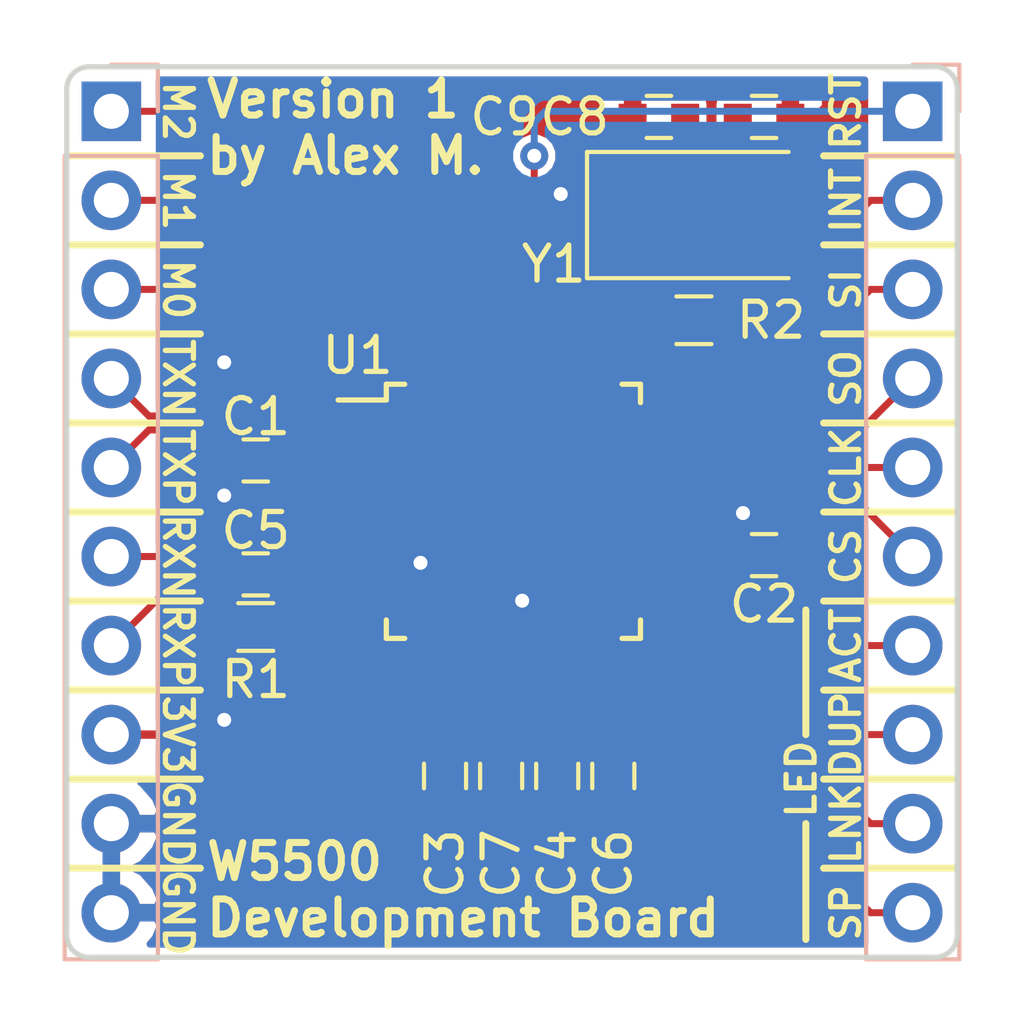
<source format=kicad_pcb>
(kicad_pcb (version 20171130) (host pcbnew "(5.0.0)")

  (general
    (thickness 1.6)
    (drawings 51)
    (tracks 154)
    (zones 0)
    (modules 15)
    (nets 25)
  )

  (page USLetter)
  (title_block
    (title "W5500 Development Board")
    (date 2018-09-08)
    (rev 1)
    (company "Alex M.")
  )

  (layers
    (0 F.Cu signal)
    (31 B.Cu signal)
    (32 B.Adhes user)
    (33 F.Adhes user)
    (34 B.Paste user)
    (35 F.Paste user)
    (36 B.SilkS user)
    (37 F.SilkS user)
    (38 B.Mask user hide)
    (39 F.Mask user hide)
    (40 Dwgs.User user)
    (41 Cmts.User user)
    (42 Eco1.User user)
    (43 Eco2.User user)
    (44 Edge.Cuts user)
    (45 Margin user)
    (46 B.CrtYd user hide)
    (47 F.CrtYd user hide)
    (48 B.Fab user hide)
    (49 F.Fab user hide)
  )

  (setup
    (last_trace_width 0.2)
    (trace_clearance 0.2)
    (zone_clearance 0.2)
    (zone_45_only no)
    (trace_min 0.1524)
    (segment_width 0.2)
    (edge_width 0.15)
    (via_size 0.8)
    (via_drill 0.4)
    (via_min_size 0.6858)
    (via_min_drill 0.3302)
    (uvia_size 0.8)
    (uvia_drill 0.4)
    (uvias_allowed no)
    (uvia_min_size 0.2)
    (uvia_min_drill 0.1)
    (pcb_text_width 0.3)
    (pcb_text_size 1.5 1.5)
    (mod_edge_width 0.15)
    (mod_text_size 1 1)
    (mod_text_width 0.15)
    (pad_size 1.524 1.524)
    (pad_drill 0.762)
    (pad_to_mask_clearance 0.2)
    (aux_axis_origin 0 0)
    (visible_elements 7FFFFFFF)
    (pcbplotparams
      (layerselection 0x010fc_ffffffff)
      (usegerberextensions false)
      (usegerberattributes false)
      (usegerberadvancedattributes false)
      (creategerberjobfile false)
      (excludeedgelayer true)
      (linewidth 0.100000)
      (plotframeref false)
      (viasonmask false)
      (mode 1)
      (useauxorigin false)
      (hpglpennumber 1)
      (hpglpenspeed 20)
      (hpglpendiameter 15.000000)
      (psnegative false)
      (psa4output false)
      (plotreference true)
      (plotvalue true)
      (plotinvisibletext false)
      (padsonsilk false)
      (subtractmaskfromsilk false)
      (outputformat 1)
      (mirror false)
      (drillshape 1)
      (scaleselection 1)
      (outputdirectory ""))
  )

  (net 0 "")
  (net 1 GND)
  (net 2 +3V3)
  (net 3 RESET)
  (net 4 PMODE0)
  (net 5 PMODE1)
  (net 6 PMODE2)
  (net 7 INT)
  (net 8 MOSI)
  (net 9 MISO)
  (net 10 SCLK)
  (net 11 CS)
  (net 12 ACTLED)
  (net 13 DUPLED)
  (net 14 LINKLED)
  (net 15 SPDLED)
  (net 16 RXIP)
  (net 17 RXIN)
  (net 18 TXOP)
  (net 19 TXON)
  (net 20 /1V2O)
  (net 21 /XO)
  (net 22 /XI)
  (net 23 /XCAP)
  (net 24 /XRES)

  (net_class Default "This is the default net class."
    (clearance 0.2)
    (trace_width 0.2)
    (via_dia 0.8)
    (via_drill 0.4)
    (uvia_dia 0.8)
    (uvia_drill 0.4)
    (diff_pair_gap 0.2)
    (diff_pair_width 0.2)
    (add_net /XI)
    (add_net /XO)
    (add_net /XRES)
    (add_net ACTLED)
    (add_net CS)
    (add_net DUPLED)
    (add_net INT)
    (add_net LINKLED)
    (add_net MISO)
    (add_net MOSI)
    (add_net PMODE0)
    (add_net PMODE1)
    (add_net PMODE2)
    (add_net RESET)
    (add_net RXIN)
    (add_net RXIP)
    (add_net SCLK)
    (add_net SPDLED)
    (add_net TXON)
    (add_net TXOP)
  )

  (net_class Power ""
    (clearance 0.2)
    (trace_width 0.24)
    (via_dia 0.8)
    (via_drill 0.4)
    (uvia_dia 0.8)
    (uvia_drill 0.4)
    (diff_pair_gap 0.2)
    (diff_pair_width 0.2)
    (add_net +3V3)
    (add_net /1V2O)
    (add_net /XCAP)
    (add_net GND)
  )

  (module Capacitors_SMD:C_0603 (layer F.Cu) (tedit 59958EE7) (tstamp 5B947BBD)
    (at 128.9 85 270)
    (descr "Capacitor SMD 0603, reflow soldering, AVX (see smccp.pdf)")
    (tags "capacitor 0603")
    (path /5B978BFC)
    (attr smd)
    (fp_text reference C3 (at 2.5 0 270) (layer F.SilkS)
      (effects (font (size 1 1) (thickness 0.15)))
    )
    (fp_text value 100n (at 0 1.5 270) (layer F.Fab)
      (effects (font (size 1 1) (thickness 0.15)))
    )
    (fp_text user %R (at 0 0 270) (layer F.Fab)
      (effects (font (size 0.3 0.3) (thickness 0.075)))
    )
    (fp_line (start -0.8 0.4) (end -0.8 -0.4) (layer F.Fab) (width 0.1))
    (fp_line (start 0.8 0.4) (end -0.8 0.4) (layer F.Fab) (width 0.1))
    (fp_line (start 0.8 -0.4) (end 0.8 0.4) (layer F.Fab) (width 0.1))
    (fp_line (start -0.8 -0.4) (end 0.8 -0.4) (layer F.Fab) (width 0.1))
    (fp_line (start -0.35 -0.6) (end 0.35 -0.6) (layer F.SilkS) (width 0.12))
    (fp_line (start 0.35 0.6) (end -0.35 0.6) (layer F.SilkS) (width 0.12))
    (fp_line (start -1.4 -0.65) (end 1.4 -0.65) (layer F.CrtYd) (width 0.05))
    (fp_line (start -1.4 -0.65) (end -1.4 0.65) (layer F.CrtYd) (width 0.05))
    (fp_line (start 1.4 0.65) (end 1.4 -0.65) (layer F.CrtYd) (width 0.05))
    (fp_line (start 1.4 0.65) (end -1.4 0.65) (layer F.CrtYd) (width 0.05))
    (pad 1 smd rect (at -0.75 0 270) (size 0.8 0.75) (layers F.Cu F.Paste F.Mask)
      (net 2 +3V3))
    (pad 2 smd rect (at 0.75 0 270) (size 0.8 0.75) (layers F.Cu F.Paste F.Mask)
      (net 1 GND))
    (model Capacitors_SMD.3dshapes/C_0603.wrl
      (at (xyz 0 0 0))
      (scale (xyz 1 1 1))
      (rotate (xyz 0 0 0))
    )
  )

  (module Capacitors_SMD:C_0603 (layer F.Cu) (tedit 59958EE7) (tstamp 5B9474B9)
    (at 123.5 76 180)
    (descr "Capacitor SMD 0603, reflow soldering, AVX (see smccp.pdf)")
    (tags "capacitor 0603")
    (path /5B978C5A)
    (attr smd)
    (fp_text reference C1 (at 0 1.25 180) (layer F.SilkS)
      (effects (font (size 1 1) (thickness 0.15)))
    )
    (fp_text value 100n (at 0 1.5 180) (layer F.Fab)
      (effects (font (size 1 1) (thickness 0.15)))
    )
    (fp_text user %R (at 0 0 180) (layer F.Fab)
      (effects (font (size 0.3 0.3) (thickness 0.075)))
    )
    (fp_line (start -0.8 0.4) (end -0.8 -0.4) (layer F.Fab) (width 0.1))
    (fp_line (start 0.8 0.4) (end -0.8 0.4) (layer F.Fab) (width 0.1))
    (fp_line (start 0.8 -0.4) (end 0.8 0.4) (layer F.Fab) (width 0.1))
    (fp_line (start -0.8 -0.4) (end 0.8 -0.4) (layer F.Fab) (width 0.1))
    (fp_line (start -0.35 -0.6) (end 0.35 -0.6) (layer F.SilkS) (width 0.12))
    (fp_line (start 0.35 0.6) (end -0.35 0.6) (layer F.SilkS) (width 0.12))
    (fp_line (start -1.4 -0.65) (end 1.4 -0.65) (layer F.CrtYd) (width 0.05))
    (fp_line (start -1.4 -0.65) (end -1.4 0.65) (layer F.CrtYd) (width 0.05))
    (fp_line (start 1.4 0.65) (end 1.4 -0.65) (layer F.CrtYd) (width 0.05))
    (fp_line (start 1.4 0.65) (end -1.4 0.65) (layer F.CrtYd) (width 0.05))
    (pad 1 smd rect (at -0.75 0 180) (size 0.8 0.75) (layers F.Cu F.Paste F.Mask)
      (net 2 +3V3))
    (pad 2 smd rect (at 0.75 0 180) (size 0.8 0.75) (layers F.Cu F.Paste F.Mask)
      (net 1 GND))
    (model Capacitors_SMD.3dshapes/C_0603.wrl
      (at (xyz 0 0 0))
      (scale (xyz 1 1 1))
      (rotate (xyz 0 0 0))
    )
  )

  (module Capacitors_SMD:C_0603 (layer F.Cu) (tedit 59958EE7) (tstamp 5B9473BB)
    (at 138 78.7)
    (descr "Capacitor SMD 0603, reflow soldering, AVX (see smccp.pdf)")
    (tags "capacitor 0603")
    (path /5B978C2A)
    (attr smd)
    (fp_text reference C2 (at 0 1.4) (layer F.SilkS)
      (effects (font (size 1 1) (thickness 0.15)))
    )
    (fp_text value 100n (at 0 1.5) (layer F.Fab)
      (effects (font (size 1 1) (thickness 0.15)))
    )
    (fp_line (start 1.4 0.65) (end -1.4 0.65) (layer F.CrtYd) (width 0.05))
    (fp_line (start 1.4 0.65) (end 1.4 -0.65) (layer F.CrtYd) (width 0.05))
    (fp_line (start -1.4 -0.65) (end -1.4 0.65) (layer F.CrtYd) (width 0.05))
    (fp_line (start -1.4 -0.65) (end 1.4 -0.65) (layer F.CrtYd) (width 0.05))
    (fp_line (start 0.35 0.6) (end -0.35 0.6) (layer F.SilkS) (width 0.12))
    (fp_line (start -0.35 -0.6) (end 0.35 -0.6) (layer F.SilkS) (width 0.12))
    (fp_line (start -0.8 -0.4) (end 0.8 -0.4) (layer F.Fab) (width 0.1))
    (fp_line (start 0.8 -0.4) (end 0.8 0.4) (layer F.Fab) (width 0.1))
    (fp_line (start 0.8 0.4) (end -0.8 0.4) (layer F.Fab) (width 0.1))
    (fp_line (start -0.8 0.4) (end -0.8 -0.4) (layer F.Fab) (width 0.1))
    (fp_text user %R (at 0 0) (layer F.Fab)
      (effects (font (size 0.3 0.3) (thickness 0.075)))
    )
    (pad 2 smd rect (at 0.75 0) (size 0.8 0.75) (layers F.Cu F.Paste F.Mask)
      (net 1 GND))
    (pad 1 smd rect (at -0.75 0) (size 0.8 0.75) (layers F.Cu F.Paste F.Mask)
      (net 2 +3V3))
    (model Capacitors_SMD.3dshapes/C_0603.wrl
      (at (xyz 0 0 0))
      (scale (xyz 1 1 1))
      (rotate (xyz 0 0 0))
    )
  )

  (module Capacitors_SMD:C_0603 (layer F.Cu) (tedit 59958EE7) (tstamp 5B947C4D)
    (at 132.1 85 270)
    (descr "Capacitor SMD 0603, reflow soldering, AVX (see smccp.pdf)")
    (tags "capacitor 0603")
    (path /5B978BCC)
    (attr smd)
    (fp_text reference C4 (at 2.5 0 270) (layer F.SilkS)
      (effects (font (size 1 1) (thickness 0.15)))
    )
    (fp_text value 100n (at 0 1.5 270) (layer F.Fab)
      (effects (font (size 1 1) (thickness 0.15)))
    )
    (fp_line (start 1.4 0.65) (end -1.4 0.65) (layer F.CrtYd) (width 0.05))
    (fp_line (start 1.4 0.65) (end 1.4 -0.65) (layer F.CrtYd) (width 0.05))
    (fp_line (start -1.4 -0.65) (end -1.4 0.65) (layer F.CrtYd) (width 0.05))
    (fp_line (start -1.4 -0.65) (end 1.4 -0.65) (layer F.CrtYd) (width 0.05))
    (fp_line (start 0.35 0.6) (end -0.35 0.6) (layer F.SilkS) (width 0.12))
    (fp_line (start -0.35 -0.6) (end 0.35 -0.6) (layer F.SilkS) (width 0.12))
    (fp_line (start -0.8 -0.4) (end 0.8 -0.4) (layer F.Fab) (width 0.1))
    (fp_line (start 0.8 -0.4) (end 0.8 0.4) (layer F.Fab) (width 0.1))
    (fp_line (start 0.8 0.4) (end -0.8 0.4) (layer F.Fab) (width 0.1))
    (fp_line (start -0.8 0.4) (end -0.8 -0.4) (layer F.Fab) (width 0.1))
    (fp_text user %R (at 0 0 270) (layer F.Fab)
      (effects (font (size 0.3 0.3) (thickness 0.075)))
    )
    (pad 2 smd rect (at 0.75 0 270) (size 0.8 0.75) (layers F.Cu F.Paste F.Mask)
      (net 1 GND))
    (pad 1 smd rect (at -0.75 0 270) (size 0.8 0.75) (layers F.Cu F.Paste F.Mask)
      (net 2 +3V3))
    (model Capacitors_SMD.3dshapes/C_0603.wrl
      (at (xyz 0 0 0))
      (scale (xyz 1 1 1))
      (rotate (xyz 0 0 0))
    )
  )

  (module Capacitors_SMD:C_0603 (layer F.Cu) (tedit 59958EE7) (tstamp 5B947905)
    (at 123.5 79.25 180)
    (descr "Capacitor SMD 0603, reflow soldering, AVX (see smccp.pdf)")
    (tags "capacitor 0603")
    (path /5B977420)
    (attr smd)
    (fp_text reference C5 (at 0 1.25 180) (layer F.SilkS)
      (effects (font (size 1 1) (thickness 0.15)))
    )
    (fp_text value 100n (at 0 1.5 180) (layer F.Fab)
      (effects (font (size 1 1) (thickness 0.15)))
    )
    (fp_text user %R (at 0 0 180) (layer F.Fab)
      (effects (font (size 0.3 0.3) (thickness 0.075)))
    )
    (fp_line (start -0.8 0.4) (end -0.8 -0.4) (layer F.Fab) (width 0.1))
    (fp_line (start 0.8 0.4) (end -0.8 0.4) (layer F.Fab) (width 0.1))
    (fp_line (start 0.8 -0.4) (end 0.8 0.4) (layer F.Fab) (width 0.1))
    (fp_line (start -0.8 -0.4) (end 0.8 -0.4) (layer F.Fab) (width 0.1))
    (fp_line (start -0.35 -0.6) (end 0.35 -0.6) (layer F.SilkS) (width 0.12))
    (fp_line (start 0.35 0.6) (end -0.35 0.6) (layer F.SilkS) (width 0.12))
    (fp_line (start -1.4 -0.65) (end 1.4 -0.65) (layer F.CrtYd) (width 0.05))
    (fp_line (start -1.4 -0.65) (end -1.4 0.65) (layer F.CrtYd) (width 0.05))
    (fp_line (start 1.4 0.65) (end 1.4 -0.65) (layer F.CrtYd) (width 0.05))
    (fp_line (start 1.4 0.65) (end -1.4 0.65) (layer F.CrtYd) (width 0.05))
    (pad 1 smd rect (at -0.75 0 180) (size 0.8 0.75) (layers F.Cu F.Paste F.Mask)
      (net 2 +3V3))
    (pad 2 smd rect (at 0.75 0 180) (size 0.8 0.75) (layers F.Cu F.Paste F.Mask)
      (net 1 GND))
    (model Capacitors_SMD.3dshapes/C_0603.wrl
      (at (xyz 0 0 0))
      (scale (xyz 1 1 1))
      (rotate (xyz 0 0 0))
    )
  )

  (module Capacitors_SMD:C_0603 (layer F.Cu) (tedit 59958EE7) (tstamp 5B947C1D)
    (at 133.7 85 270)
    (descr "Capacitor SMD 0603, reflow soldering, AVX (see smccp.pdf)")
    (tags "capacitor 0603")
    (path /5B974852)
    (attr smd)
    (fp_text reference C6 (at 2.5 0 270) (layer F.SilkS)
      (effects (font (size 1 1) (thickness 0.15)))
    )
    (fp_text value 10n (at 0 1.5 270) (layer F.Fab)
      (effects (font (size 1 1) (thickness 0.15)))
    )
    (fp_line (start 1.4 0.65) (end -1.4 0.65) (layer F.CrtYd) (width 0.05))
    (fp_line (start 1.4 0.65) (end 1.4 -0.65) (layer F.CrtYd) (width 0.05))
    (fp_line (start -1.4 -0.65) (end -1.4 0.65) (layer F.CrtYd) (width 0.05))
    (fp_line (start -1.4 -0.65) (end 1.4 -0.65) (layer F.CrtYd) (width 0.05))
    (fp_line (start 0.35 0.6) (end -0.35 0.6) (layer F.SilkS) (width 0.12))
    (fp_line (start -0.35 -0.6) (end 0.35 -0.6) (layer F.SilkS) (width 0.12))
    (fp_line (start -0.8 -0.4) (end 0.8 -0.4) (layer F.Fab) (width 0.1))
    (fp_line (start 0.8 -0.4) (end 0.8 0.4) (layer F.Fab) (width 0.1))
    (fp_line (start 0.8 0.4) (end -0.8 0.4) (layer F.Fab) (width 0.1))
    (fp_line (start -0.8 0.4) (end -0.8 -0.4) (layer F.Fab) (width 0.1))
    (fp_text user %R (at 0 0 270) (layer F.Fab)
      (effects (font (size 0.3 0.3) (thickness 0.075)))
    )
    (pad 2 smd rect (at 0.75 0 270) (size 0.8 0.75) (layers F.Cu F.Paste F.Mask)
      (net 1 GND))
    (pad 1 smd rect (at -0.75 0 270) (size 0.8 0.75) (layers F.Cu F.Paste F.Mask)
      (net 20 /1V2O))
    (model Capacitors_SMD.3dshapes/C_0603.wrl
      (at (xyz 0 0 0))
      (scale (xyz 1 1 1))
      (rotate (xyz 0 0 0))
    )
  )

  (module Capacitors_SMD:C_0603 (layer F.Cu) (tedit 59958EE7) (tstamp 5B947BED)
    (at 130.5 85 270)
    (descr "Capacitor SMD 0603, reflow soldering, AVX (see smccp.pdf)")
    (tags "capacitor 0603")
    (path /5B95EFD1)
    (attr smd)
    (fp_text reference C7 (at 2.5 0 270) (layer F.SilkS)
      (effects (font (size 1 1) (thickness 0.15)))
    )
    (fp_text value 4.7u (at 0 1.5 270) (layer F.Fab)
      (effects (font (size 1 1) (thickness 0.15)))
    )
    (fp_text user %R (at 0 0 270) (layer F.Fab)
      (effects (font (size 0.3 0.3) (thickness 0.075)))
    )
    (fp_line (start -0.8 0.4) (end -0.8 -0.4) (layer F.Fab) (width 0.1))
    (fp_line (start 0.8 0.4) (end -0.8 0.4) (layer F.Fab) (width 0.1))
    (fp_line (start 0.8 -0.4) (end 0.8 0.4) (layer F.Fab) (width 0.1))
    (fp_line (start -0.8 -0.4) (end 0.8 -0.4) (layer F.Fab) (width 0.1))
    (fp_line (start -0.35 -0.6) (end 0.35 -0.6) (layer F.SilkS) (width 0.12))
    (fp_line (start 0.35 0.6) (end -0.35 0.6) (layer F.SilkS) (width 0.12))
    (fp_line (start -1.4 -0.65) (end 1.4 -0.65) (layer F.CrtYd) (width 0.05))
    (fp_line (start -1.4 -0.65) (end -1.4 0.65) (layer F.CrtYd) (width 0.05))
    (fp_line (start 1.4 0.65) (end 1.4 -0.65) (layer F.CrtYd) (width 0.05))
    (fp_line (start 1.4 0.65) (end -1.4 0.65) (layer F.CrtYd) (width 0.05))
    (pad 1 smd rect (at -0.75 0 270) (size 0.8 0.75) (layers F.Cu F.Paste F.Mask)
      (net 23 /XCAP))
    (pad 2 smd rect (at 0.75 0 270) (size 0.8 0.75) (layers F.Cu F.Paste F.Mask)
      (net 1 GND))
    (model Capacitors_SMD.3dshapes/C_0603.wrl
      (at (xyz 0 0 0))
      (scale (xyz 1 1 1))
      (rotate (xyz 0 0 0))
    )
  )

  (module Capacitors_SMD:C_0603 (layer F.Cu) (tedit 59958EE7) (tstamp 5B94AC69)
    (at 138 66.2)
    (descr "Capacitor SMD 0603, reflow soldering, AVX (see smccp.pdf)")
    (tags "capacitor 0603")
    (path /5B9B507B)
    (attr smd)
    (fp_text reference C8 (at -5.4 0) (layer F.SilkS)
      (effects (font (size 1 1) (thickness 0.15)))
    )
    (fp_text value 18p (at 0 1.5) (layer F.Fab)
      (effects (font (size 1 1) (thickness 0.15)))
    )
    (fp_text user %R (at 0 0) (layer F.Fab)
      (effects (font (size 0.3 0.3) (thickness 0.075)))
    )
    (fp_line (start -0.8 0.4) (end -0.8 -0.4) (layer F.Fab) (width 0.1))
    (fp_line (start 0.8 0.4) (end -0.8 0.4) (layer F.Fab) (width 0.1))
    (fp_line (start 0.8 -0.4) (end 0.8 0.4) (layer F.Fab) (width 0.1))
    (fp_line (start -0.8 -0.4) (end 0.8 -0.4) (layer F.Fab) (width 0.1))
    (fp_line (start -0.35 -0.6) (end 0.35 -0.6) (layer F.SilkS) (width 0.12))
    (fp_line (start 0.35 0.6) (end -0.35 0.6) (layer F.SilkS) (width 0.12))
    (fp_line (start -1.4 -0.65) (end 1.4 -0.65) (layer F.CrtYd) (width 0.05))
    (fp_line (start -1.4 -0.65) (end -1.4 0.65) (layer F.CrtYd) (width 0.05))
    (fp_line (start 1.4 0.65) (end 1.4 -0.65) (layer F.CrtYd) (width 0.05))
    (fp_line (start 1.4 0.65) (end -1.4 0.65) (layer F.CrtYd) (width 0.05))
    (pad 1 smd rect (at -0.75 0) (size 0.8 0.75) (layers F.Cu F.Paste F.Mask)
      (net 21 /XO))
    (pad 2 smd rect (at 0.75 0) (size 0.8 0.75) (layers F.Cu F.Paste F.Mask)
      (net 1 GND))
    (model Capacitors_SMD.3dshapes/C_0603.wrl
      (at (xyz 0 0 0))
      (scale (xyz 1 1 1))
      (rotate (xyz 0 0 0))
    )
  )

  (module Capacitors_SMD:C_0603 (layer F.Cu) (tedit 59958EE7) (tstamp 5B94AA5E)
    (at 135 66.2 180)
    (descr "Capacitor SMD 0603, reflow soldering, AVX (see smccp.pdf)")
    (tags "capacitor 0603")
    (path /5B9B521C)
    (attr smd)
    (fp_text reference C9 (at 4.4 0 180) (layer F.SilkS)
      (effects (font (size 1 1) (thickness 0.15)))
    )
    (fp_text value 18p (at 0 1.5 180) (layer F.Fab)
      (effects (font (size 1 1) (thickness 0.15)))
    )
    (fp_line (start 1.4 0.65) (end -1.4 0.65) (layer F.CrtYd) (width 0.05))
    (fp_line (start 1.4 0.65) (end 1.4 -0.65) (layer F.CrtYd) (width 0.05))
    (fp_line (start -1.4 -0.65) (end -1.4 0.65) (layer F.CrtYd) (width 0.05))
    (fp_line (start -1.4 -0.65) (end 1.4 -0.65) (layer F.CrtYd) (width 0.05))
    (fp_line (start 0.35 0.6) (end -0.35 0.6) (layer F.SilkS) (width 0.12))
    (fp_line (start -0.35 -0.6) (end 0.35 -0.6) (layer F.SilkS) (width 0.12))
    (fp_line (start -0.8 -0.4) (end 0.8 -0.4) (layer F.Fab) (width 0.1))
    (fp_line (start 0.8 -0.4) (end 0.8 0.4) (layer F.Fab) (width 0.1))
    (fp_line (start 0.8 0.4) (end -0.8 0.4) (layer F.Fab) (width 0.1))
    (fp_line (start -0.8 0.4) (end -0.8 -0.4) (layer F.Fab) (width 0.1))
    (fp_text user %R (at 0 0 180) (layer F.Fab)
      (effects (font (size 0.3 0.3) (thickness 0.075)))
    )
    (pad 2 smd rect (at 0.75 0 180) (size 0.8 0.75) (layers F.Cu F.Paste F.Mask)
      (net 1 GND))
    (pad 1 smd rect (at -0.75 0 180) (size 0.8 0.75) (layers F.Cu F.Paste F.Mask)
      (net 22 /XI))
    (model Capacitors_SMD.3dshapes/C_0603.wrl
      (at (xyz 0 0 0))
      (scale (xyz 1 1 1))
      (rotate (xyz 0 0 0))
    )
  )

  (module Resistors_SMD:R_0603 (layer F.Cu) (tedit 58E0A804) (tstamp 5B94738B)
    (at 123.5 80.75 180)
    (descr "Resistor SMD 0603, reflow soldering, Vishay (see dcrcw.pdf)")
    (tags "resistor 0603")
    (path /5B95CB0E)
    (attr smd)
    (fp_text reference R1 (at 0 -1.5 180) (layer F.SilkS)
      (effects (font (size 1 1) (thickness 0.15)))
    )
    (fp_text value 12.4k (at 0 1.5 180) (layer F.Fab)
      (effects (font (size 1 1) (thickness 0.15)))
    )
    (fp_line (start 1.25 0.7) (end -1.25 0.7) (layer F.CrtYd) (width 0.05))
    (fp_line (start 1.25 0.7) (end 1.25 -0.7) (layer F.CrtYd) (width 0.05))
    (fp_line (start -1.25 -0.7) (end -1.25 0.7) (layer F.CrtYd) (width 0.05))
    (fp_line (start -1.25 -0.7) (end 1.25 -0.7) (layer F.CrtYd) (width 0.05))
    (fp_line (start -0.5 -0.68) (end 0.5 -0.68) (layer F.SilkS) (width 0.12))
    (fp_line (start 0.5 0.68) (end -0.5 0.68) (layer F.SilkS) (width 0.12))
    (fp_line (start -0.8 -0.4) (end 0.8 -0.4) (layer F.Fab) (width 0.1))
    (fp_line (start 0.8 -0.4) (end 0.8 0.4) (layer F.Fab) (width 0.1))
    (fp_line (start 0.8 0.4) (end -0.8 0.4) (layer F.Fab) (width 0.1))
    (fp_line (start -0.8 0.4) (end -0.8 -0.4) (layer F.Fab) (width 0.1))
    (fp_text user %R (at 0 0 180) (layer F.Fab)
      (effects (font (size 0.4 0.4) (thickness 0.075)))
    )
    (pad 2 smd rect (at 0.75 0 180) (size 0.5 0.9) (layers F.Cu F.Paste F.Mask)
      (net 1 GND))
    (pad 1 smd rect (at -0.75 0 180) (size 0.5 0.9) (layers F.Cu F.Paste F.Mask)
      (net 24 /XRES))
    (model ${KISYS3DMOD}/Resistors_SMD.3dshapes/R_0603.wrl
      (at (xyz 0 0 0))
      (scale (xyz 1 1 1))
      (rotate (xyz 0 0 0))
    )
  )

  (module Resistors_SMD:R_0603 (layer F.Cu) (tedit 58E0A804) (tstamp 5B9464ED)
    (at 136 72)
    (descr "Resistor SMD 0603, reflow soldering, Vishay (see dcrcw.pdf)")
    (tags "resistor 0603")
    (path /5B95F83B)
    (attr smd)
    (fp_text reference R2 (at 2.2 0) (layer F.SilkS)
      (effects (font (size 1 1) (thickness 0.15)))
    )
    (fp_text value 1M (at 0 1.5) (layer F.Fab)
      (effects (font (size 1 1) (thickness 0.15)))
    )
    (fp_text user %R (at 0 0) (layer F.Fab)
      (effects (font (size 0.4 0.4) (thickness 0.075)))
    )
    (fp_line (start -0.8 0.4) (end -0.8 -0.4) (layer F.Fab) (width 0.1))
    (fp_line (start 0.8 0.4) (end -0.8 0.4) (layer F.Fab) (width 0.1))
    (fp_line (start 0.8 -0.4) (end 0.8 0.4) (layer F.Fab) (width 0.1))
    (fp_line (start -0.8 -0.4) (end 0.8 -0.4) (layer F.Fab) (width 0.1))
    (fp_line (start 0.5 0.68) (end -0.5 0.68) (layer F.SilkS) (width 0.12))
    (fp_line (start -0.5 -0.68) (end 0.5 -0.68) (layer F.SilkS) (width 0.12))
    (fp_line (start -1.25 -0.7) (end 1.25 -0.7) (layer F.CrtYd) (width 0.05))
    (fp_line (start -1.25 -0.7) (end -1.25 0.7) (layer F.CrtYd) (width 0.05))
    (fp_line (start 1.25 0.7) (end 1.25 -0.7) (layer F.CrtYd) (width 0.05))
    (fp_line (start 1.25 0.7) (end -1.25 0.7) (layer F.CrtYd) (width 0.05))
    (pad 1 smd rect (at -0.75 0) (size 0.5 0.9) (layers F.Cu F.Paste F.Mask)
      (net 22 /XI))
    (pad 2 smd rect (at 0.75 0) (size 0.5 0.9) (layers F.Cu F.Paste F.Mask)
      (net 21 /XO))
    (model ${KISYS3DMOD}/Resistors_SMD.3dshapes/R_0603.wrl
      (at (xyz 0 0 0))
      (scale (xyz 1 1 1))
      (rotate (xyz 0 0 0))
    )
  )

  (module Housings_QFP:LQFP-48_7x7mm_Pitch0.5mm locked (layer F.Cu) (tedit 54130A77) (tstamp 5B949684)
    (at 130.85 77.45)
    (descr "48 LEAD LQFP 7x7mm (see MICREL LQFP7x7-48LD-PL-1.pdf)")
    (tags "QFP 0.5")
    (path /5B962B9D)
    (attr smd)
    (fp_text reference U1 (at -4.445 -4.445) (layer F.SilkS)
      (effects (font (size 1 1) (thickness 0.15)))
    )
    (fp_text value W5500 (at 0 6) (layer F.Fab)
      (effects (font (size 1 1) (thickness 0.15)))
    )
    (fp_line (start -3.625 -3.175) (end -5 -3.175) (layer F.SilkS) (width 0.15))
    (fp_line (start 3.625 -3.625) (end 3.1 -3.625) (layer F.SilkS) (width 0.15))
    (fp_line (start 3.625 3.625) (end 3.1 3.625) (layer F.SilkS) (width 0.15))
    (fp_line (start -3.625 3.625) (end -3.1 3.625) (layer F.SilkS) (width 0.15))
    (fp_line (start -3.625 -3.625) (end -3.1 -3.625) (layer F.SilkS) (width 0.15))
    (fp_line (start -3.625 3.625) (end -3.625 3.1) (layer F.SilkS) (width 0.15))
    (fp_line (start 3.625 3.625) (end 3.625 3.1) (layer F.SilkS) (width 0.15))
    (fp_line (start 3.625 -3.625) (end 3.625 -3.1) (layer F.SilkS) (width 0.15))
    (fp_line (start -3.625 -3.625) (end -3.625 -3.175) (layer F.SilkS) (width 0.15))
    (fp_line (start -5.25 5.25) (end 5.25 5.25) (layer F.CrtYd) (width 0.05))
    (fp_line (start -5.25 -5.25) (end 5.25 -5.25) (layer F.CrtYd) (width 0.05))
    (fp_line (start 5.25 -5.25) (end 5.25 5.25) (layer F.CrtYd) (width 0.05))
    (fp_line (start -5.25 -5.25) (end -5.25 5.25) (layer F.CrtYd) (width 0.05))
    (fp_line (start -3.5 -2.5) (end -2.5 -3.5) (layer F.Fab) (width 0.15))
    (fp_line (start -3.5 3.5) (end -3.5 -2.5) (layer F.Fab) (width 0.15))
    (fp_line (start 3.5 3.5) (end -3.5 3.5) (layer F.Fab) (width 0.15))
    (fp_line (start 3.5 -3.5) (end 3.5 3.5) (layer F.Fab) (width 0.15))
    (fp_line (start -2.5 -3.5) (end 3.5 -3.5) (layer F.Fab) (width 0.15))
    (fp_text user %R (at 0 0) (layer F.Fab)
      (effects (font (size 1 1) (thickness 0.15)))
    )
    (pad 48 smd rect (at -2.75 -4.35 90) (size 1.3 0.25) (layers F.Cu F.Paste F.Mask)
      (net 1 GND))
    (pad 47 smd rect (at -2.25 -4.35 90) (size 1.3 0.25) (layers F.Cu F.Paste F.Mask))
    (pad 46 smd rect (at -1.75 -4.35 90) (size 1.3 0.25) (layers F.Cu F.Paste F.Mask))
    (pad 45 smd rect (at -1.25 -4.35 90) (size 1.3 0.25) (layers F.Cu F.Paste F.Mask)
      (net 4 PMODE0))
    (pad 44 smd rect (at -0.75 -4.35 90) (size 1.3 0.25) (layers F.Cu F.Paste F.Mask)
      (net 5 PMODE1))
    (pad 43 smd rect (at -0.25 -4.35 90) (size 1.3 0.25) (layers F.Cu F.Paste F.Mask)
      (net 6 PMODE2))
    (pad 42 smd rect (at 0.25 -4.35 90) (size 1.3 0.25) (layers F.Cu F.Paste F.Mask))
    (pad 41 smd rect (at 0.75 -4.35 90) (size 1.3 0.25) (layers F.Cu F.Paste F.Mask))
    (pad 40 smd rect (at 1.25 -4.35 90) (size 1.3 0.25) (layers F.Cu F.Paste F.Mask))
    (pad 39 smd rect (at 1.75 -4.35 90) (size 1.3 0.25) (layers F.Cu F.Paste F.Mask))
    (pad 38 smd rect (at 2.25 -4.35 90) (size 1.3 0.25) (layers F.Cu F.Paste F.Mask))
    (pad 37 smd rect (at 2.75 -4.35 90) (size 1.3 0.25) (layers F.Cu F.Paste F.Mask)
      (net 3 RESET))
    (pad 36 smd rect (at 4.35 -2.75) (size 1.3 0.25) (layers F.Cu F.Paste F.Mask)
      (net 7 INT))
    (pad 35 smd rect (at 4.35 -2.25) (size 1.3 0.25) (layers F.Cu F.Paste F.Mask)
      (net 8 MOSI))
    (pad 34 smd rect (at 4.35 -1.75) (size 1.3 0.25) (layers F.Cu F.Paste F.Mask)
      (net 9 MISO))
    (pad 33 smd rect (at 4.35 -1.25) (size 1.3 0.25) (layers F.Cu F.Paste F.Mask)
      (net 10 SCLK))
    (pad 32 smd rect (at 4.35 -0.75) (size 1.3 0.25) (layers F.Cu F.Paste F.Mask)
      (net 11 CS))
    (pad 31 smd rect (at 4.35 -0.25) (size 1.3 0.25) (layers F.Cu F.Paste F.Mask)
      (net 21 /XO))
    (pad 30 smd rect (at 4.35 0.25) (size 1.3 0.25) (layers F.Cu F.Paste F.Mask)
      (net 22 /XI))
    (pad 29 smd rect (at 4.35 0.75) (size 1.3 0.25) (layers F.Cu F.Paste F.Mask)
      (net 1 GND))
    (pad 28 smd rect (at 4.35 1.25) (size 1.3 0.25) (layers F.Cu F.Paste F.Mask)
      (net 2 +3V3))
    (pad 27 smd rect (at 4.35 1.75) (size 1.3 0.25) (layers F.Cu F.Paste F.Mask)
      (net 12 ACTLED))
    (pad 26 smd rect (at 4.35 2.25) (size 1.3 0.25) (layers F.Cu F.Paste F.Mask)
      (net 13 DUPLED))
    (pad 25 smd rect (at 4.35 2.75) (size 1.3 0.25) (layers F.Cu F.Paste F.Mask)
      (net 14 LINKLED))
    (pad 24 smd rect (at 2.75 4.35 90) (size 1.3 0.25) (layers F.Cu F.Paste F.Mask)
      (net 15 SPDLED))
    (pad 23 smd rect (at 2.25 4.35 90) (size 1.3 0.25) (layers F.Cu F.Paste F.Mask))
    (pad 22 smd rect (at 1.75 4.35 90) (size 1.3 0.25) (layers F.Cu F.Paste F.Mask)
      (net 20 /1V2O))
    (pad 21 smd rect (at 1.25 4.35 90) (size 1.3 0.25) (layers F.Cu F.Paste F.Mask)
      (net 2 +3V3))
    (pad 20 smd rect (at 0.75 4.35 90) (size 1.3 0.25) (layers F.Cu F.Paste F.Mask)
      (net 23 /XCAP))
    (pad 19 smd rect (at 0.25 4.35 90) (size 1.3 0.25) (layers F.Cu F.Paste F.Mask)
      (net 1 GND))
    (pad 18 smd rect (at -0.25 4.35 90) (size 1.3 0.25) (layers F.Cu F.Paste F.Mask))
    (pad 17 smd rect (at -0.75 4.35 90) (size 1.3 0.25) (layers F.Cu F.Paste F.Mask)
      (net 2 +3V3))
    (pad 16 smd rect (at -1.25 4.35 90) (size 1.3 0.25) (layers F.Cu F.Paste F.Mask)
      (net 1 GND))
    (pad 15 smd rect (at -1.75 4.35 90) (size 1.3 0.25) (layers F.Cu F.Paste F.Mask)
      (net 2 +3V3))
    (pad 14 smd rect (at -2.25 4.35 90) (size 1.3 0.25) (layers F.Cu F.Paste F.Mask)
      (net 1 GND))
    (pad 13 smd rect (at -2.75 4.35 90) (size 1.3 0.25) (layers F.Cu F.Paste F.Mask))
    (pad 12 smd rect (at -4.35 2.75) (size 1.3 0.25) (layers F.Cu F.Paste F.Mask))
    (pad 11 smd rect (at -4.35 2.25) (size 1.3 0.25) (layers F.Cu F.Paste F.Mask)
      (net 2 +3V3))
    (pad 10 smd rect (at -4.35 1.75) (size 1.3 0.25) (layers F.Cu F.Paste F.Mask)
      (net 24 /XRES))
    (pad 9 smd rect (at -4.35 1.25) (size 1.3 0.25) (layers F.Cu F.Paste F.Mask)
      (net 1 GND))
    (pad 8 smd rect (at -4.35 0.75) (size 1.3 0.25) (layers F.Cu F.Paste F.Mask)
      (net 2 +3V3))
    (pad 7 smd rect (at -4.35 0.25) (size 1.3 0.25) (layers F.Cu F.Paste F.Mask))
    (pad 6 smd rect (at -4.35 -0.25) (size 1.3 0.25) (layers F.Cu F.Paste F.Mask)
      (net 16 RXIP))
    (pad 5 smd rect (at -4.35 -0.75) (size 1.3 0.25) (layers F.Cu F.Paste F.Mask)
      (net 17 RXIN))
    (pad 4 smd rect (at -4.35 -1.25) (size 1.3 0.25) (layers F.Cu F.Paste F.Mask)
      (net 2 +3V3))
    (pad 3 smd rect (at -4.35 -1.75) (size 1.3 0.25) (layers F.Cu F.Paste F.Mask)
      (net 1 GND))
    (pad 2 smd rect (at -4.35 -2.25) (size 1.3 0.25) (layers F.Cu F.Paste F.Mask)
      (net 18 TXOP))
    (pad 1 smd rect (at -4.35 -2.75) (size 1.3 0.25) (layers F.Cu F.Paste F.Mask)
      (net 19 TXON))
    (model ${KISYS3DMOD}/Housings_QFP.3dshapes/LQFP-48_7x7mm_Pitch0.5mm.wrl
      (at (xyz 0 0 0))
      (scale (xyz 1 1 1))
      (rotate (xyz 0 0 0))
    )
  )

  (module Crystals:Crystal_SMD_5032-2pin_5.0x3.2mm (layer F.Cu) (tedit 58CD2E9C) (tstamp 5B94780B)
    (at 136 69)
    (descr "SMD Crystal SERIES SMD2520/2 http://www.icbase.com/File/PDF/HKC/HKC00061008.pdf, 5.0x3.2mm^2 package")
    (tags "SMD SMT crystal")
    (path /5B95F795)
    (attr smd)
    (fp_text reference Y1 (at -4 1.4) (layer F.SilkS)
      (effects (font (size 1 1) (thickness 0.15)))
    )
    (fp_text value 25MHz (at 0 2.8) (layer F.Fab)
      (effects (font (size 1 1) (thickness 0.15)))
    )
    (fp_text user %R (at 0 0) (layer F.Fab)
      (effects (font (size 1 1) (thickness 0.15)))
    )
    (fp_line (start -2.3 -1.6) (end 2.3 -1.6) (layer F.Fab) (width 0.1))
    (fp_line (start 2.3 -1.6) (end 2.5 -1.4) (layer F.Fab) (width 0.1))
    (fp_line (start 2.5 -1.4) (end 2.5 1.4) (layer F.Fab) (width 0.1))
    (fp_line (start 2.5 1.4) (end 2.3 1.6) (layer F.Fab) (width 0.1))
    (fp_line (start 2.3 1.6) (end -2.3 1.6) (layer F.Fab) (width 0.1))
    (fp_line (start -2.3 1.6) (end -2.5 1.4) (layer F.Fab) (width 0.1))
    (fp_line (start -2.5 1.4) (end -2.5 -1.4) (layer F.Fab) (width 0.1))
    (fp_line (start -2.5 -1.4) (end -2.3 -1.6) (layer F.Fab) (width 0.1))
    (fp_line (start -2.5 0.6) (end -1.5 1.6) (layer F.Fab) (width 0.1))
    (fp_line (start 2.7 -1.8) (end -3.05 -1.8) (layer F.SilkS) (width 0.12))
    (fp_line (start -3.05 -1.8) (end -3.05 1.8) (layer F.SilkS) (width 0.12))
    (fp_line (start -3.05 1.8) (end 2.7 1.8) (layer F.SilkS) (width 0.12))
    (fp_line (start -3.1 -1.9) (end -3.1 1.9) (layer F.CrtYd) (width 0.05))
    (fp_line (start -3.1 1.9) (end 3.1 1.9) (layer F.CrtYd) (width 0.05))
    (fp_line (start 3.1 1.9) (end 3.1 -1.9) (layer F.CrtYd) (width 0.05))
    (fp_line (start 3.1 -1.9) (end -3.1 -1.9) (layer F.CrtYd) (width 0.05))
    (fp_circle (center 0 0) (end 0.4 0) (layer F.Adhes) (width 0.1))
    (fp_circle (center 0 0) (end 0.333333 0) (layer F.Adhes) (width 0.133333))
    (fp_circle (center 0 0) (end 0.213333 0) (layer F.Adhes) (width 0.133333))
    (fp_circle (center 0 0) (end 0.093333 0) (layer F.Adhes) (width 0.186667))
    (pad 1 smd rect (at -1.85 0) (size 2 2.4) (layers F.Cu F.Paste F.Mask)
      (net 22 /XI))
    (pad 2 smd rect (at 1.85 0) (size 2 2.4) (layers F.Cu F.Paste F.Mask)
      (net 21 /XO))
    (model ${KISYS3DMOD}/Crystals.3dshapes/Crystal_SMD_5032-2pin_5.0x3.2mm.wrl
      (at (xyz 0 0 0))
      (scale (xyz 0.393701 0.393701 0.393701))
      (rotate (xyz 0 0 0))
    )
  )

  (module Pin_Headers:Pin_Header_Straight_1x10_Pitch2.54mm locked (layer B.Cu) (tedit 5B948F0F) (tstamp 5B943C41)
    (at 119.38 66.04 180)
    (descr "Through hole straight pin header, 1x10, 2.54mm pitch, single row")
    (tags "Through hole pin header THT 1x10 2.54mm single row")
    (path /5B9C05B3)
    (fp_text reference X1 (at 0 2.54 180) (layer B.SilkS) hide
      (effects (font (size 1 1) (thickness 0.15)) (justify mirror))
    )
    (fp_text value Conn_01x10 (at 0 -25.19 180) (layer B.Fab)
      (effects (font (size 1 1) (thickness 0.15)) (justify mirror))
    )
    (fp_text user %R (at 0 -11.43 90) (layer B.Fab)
      (effects (font (size 1 1) (thickness 0.15)) (justify mirror))
    )
    (fp_line (start 1.8 1.8) (end -1.8 1.8) (layer B.CrtYd) (width 0.05))
    (fp_line (start 1.8 -24.65) (end 1.8 1.8) (layer B.CrtYd) (width 0.05))
    (fp_line (start -1.8 -24.65) (end 1.8 -24.65) (layer B.CrtYd) (width 0.05))
    (fp_line (start -1.8 1.8) (end -1.8 -24.65) (layer B.CrtYd) (width 0.05))
    (fp_line (start -1.33 1.33) (end 0 1.33) (layer B.SilkS) (width 0.12))
    (fp_line (start -1.33 0) (end -1.33 1.33) (layer B.SilkS) (width 0.12))
    (fp_line (start -1.33 -1.27) (end 1.33 -1.27) (layer B.SilkS) (width 0.12))
    (fp_line (start 1.33 -1.27) (end 1.33 -24.19) (layer B.SilkS) (width 0.12))
    (fp_line (start -1.33 -1.27) (end -1.33 -24.19) (layer B.SilkS) (width 0.12))
    (fp_line (start -1.33 -24.19) (end 1.33 -24.19) (layer B.SilkS) (width 0.12))
    (fp_line (start -1.27 0.635) (end -0.635 1.27) (layer B.Fab) (width 0.1))
    (fp_line (start -1.27 -24.13) (end -1.27 0.635) (layer B.Fab) (width 0.1))
    (fp_line (start 1.27 -24.13) (end -1.27 -24.13) (layer B.Fab) (width 0.1))
    (fp_line (start 1.27 1.27) (end 1.27 -24.13) (layer B.Fab) (width 0.1))
    (fp_line (start -0.635 1.27) (end 1.27 1.27) (layer B.Fab) (width 0.1))
    (pad 10 thru_hole oval (at 0 -22.86 180) (size 1.7 1.7) (drill 1) (layers *.Cu *.Mask)
      (net 1 GND))
    (pad 9 thru_hole oval (at 0 -20.32 180) (size 1.7 1.7) (drill 1) (layers *.Cu *.Mask)
      (net 1 GND))
    (pad 8 thru_hole oval (at 0 -17.78 180) (size 1.7 1.7) (drill 1) (layers *.Cu *.Mask)
      (net 2 +3V3))
    (pad 7 thru_hole oval (at 0 -15.24 180) (size 1.7 1.7) (drill 1) (layers *.Cu *.Mask)
      (net 16 RXIP))
    (pad 6 thru_hole oval (at 0 -12.7 180) (size 1.7 1.7) (drill 1) (layers *.Cu *.Mask)
      (net 17 RXIN))
    (pad 5 thru_hole oval (at 0 -10.16 180) (size 1.7 1.7) (drill 1) (layers *.Cu *.Mask)
      (net 18 TXOP))
    (pad 4 thru_hole oval (at 0 -7.62 180) (size 1.7 1.7) (drill 1) (layers *.Cu *.Mask)
      (net 19 TXON))
    (pad 3 thru_hole oval (at 0 -5.08 180) (size 1.7 1.7) (drill 1) (layers *.Cu *.Mask)
      (net 4 PMODE0))
    (pad 2 thru_hole oval (at 0 -2.54 180) (size 1.7 1.7) (drill 1) (layers *.Cu *.Mask)
      (net 5 PMODE1))
    (pad 1 thru_hole rect (at 0 0 180) (size 1.7 1.7) (drill 1) (layers *.Cu *.Mask)
      (net 6 PMODE2))
    (model ${KISYS3DMOD}/Pin_Headers.3dshapes/Pin_Header_Straight_1x10_Pitch2.54mm.wrl
      (at (xyz 0 0 0))
      (scale (xyz 1 1 1))
      (rotate (xyz 0 0 0))
    )
  )

  (module Pin_Headers:Pin_Header_Straight_1x10_Pitch2.54mm locked (layer B.Cu) (tedit 5B948F17) (tstamp 5B943C5F)
    (at 142.24 66.04 180)
    (descr "Through hole straight pin header, 1x10, 2.54mm pitch, single row")
    (tags "Through hole pin header THT 1x10 2.54mm single row")
    (path /5B9C02F9)
    (fp_text reference X2 (at 0 2.54 180) (layer B.SilkS) hide
      (effects (font (size 1 1) (thickness 0.15)) (justify mirror))
    )
    (fp_text value Conn_01x10 (at 0 -25.19 180) (layer B.Fab)
      (effects (font (size 1 1) (thickness 0.15)) (justify mirror))
    )
    (fp_line (start -0.635 1.27) (end 1.27 1.27) (layer B.Fab) (width 0.1))
    (fp_line (start 1.27 1.27) (end 1.27 -24.13) (layer B.Fab) (width 0.1))
    (fp_line (start 1.27 -24.13) (end -1.27 -24.13) (layer B.Fab) (width 0.1))
    (fp_line (start -1.27 -24.13) (end -1.27 0.635) (layer B.Fab) (width 0.1))
    (fp_line (start -1.27 0.635) (end -0.635 1.27) (layer B.Fab) (width 0.1))
    (fp_line (start -1.33 -24.19) (end 1.33 -24.19) (layer B.SilkS) (width 0.12))
    (fp_line (start -1.33 -1.27) (end -1.33 -24.19) (layer B.SilkS) (width 0.12))
    (fp_line (start 1.33 -1.27) (end 1.33 -24.19) (layer B.SilkS) (width 0.12))
    (fp_line (start -1.33 -1.27) (end 1.33 -1.27) (layer B.SilkS) (width 0.12))
    (fp_line (start -1.33 0) (end -1.33 1.33) (layer B.SilkS) (width 0.12))
    (fp_line (start -1.33 1.33) (end 0 1.33) (layer B.SilkS) (width 0.12))
    (fp_line (start -1.8 1.8) (end -1.8 -24.65) (layer B.CrtYd) (width 0.05))
    (fp_line (start -1.8 -24.65) (end 1.8 -24.65) (layer B.CrtYd) (width 0.05))
    (fp_line (start 1.8 -24.65) (end 1.8 1.8) (layer B.CrtYd) (width 0.05))
    (fp_line (start 1.8 1.8) (end -1.8 1.8) (layer B.CrtYd) (width 0.05))
    (fp_text user %R (at 0 -11.43 90) (layer B.Fab)
      (effects (font (size 1 1) (thickness 0.15)) (justify mirror))
    )
    (pad 1 thru_hole rect (at 0 0 180) (size 1.7 1.7) (drill 1) (layers *.Cu *.Mask)
      (net 3 RESET))
    (pad 2 thru_hole oval (at 0 -2.54 180) (size 1.7 1.7) (drill 1) (layers *.Cu *.Mask)
      (net 7 INT))
    (pad 3 thru_hole oval (at 0 -5.08 180) (size 1.7 1.7) (drill 1) (layers *.Cu *.Mask)
      (net 8 MOSI))
    (pad 4 thru_hole oval (at 0 -7.62 180) (size 1.7 1.7) (drill 1) (layers *.Cu *.Mask)
      (net 9 MISO))
    (pad 5 thru_hole oval (at 0 -10.16 180) (size 1.7 1.7) (drill 1) (layers *.Cu *.Mask)
      (net 10 SCLK))
    (pad 6 thru_hole oval (at 0 -12.7 180) (size 1.7 1.7) (drill 1) (layers *.Cu *.Mask)
      (net 11 CS))
    (pad 7 thru_hole oval (at 0 -15.24 180) (size 1.7 1.7) (drill 1) (layers *.Cu *.Mask)
      (net 12 ACTLED))
    (pad 8 thru_hole oval (at 0 -17.78 180) (size 1.7 1.7) (drill 1) (layers *.Cu *.Mask)
      (net 13 DUPLED))
    (pad 9 thru_hole oval (at 0 -20.32 180) (size 1.7 1.7) (drill 1) (layers *.Cu *.Mask)
      (net 14 LINKLED))
    (pad 10 thru_hole oval (at 0 -22.86 180) (size 1.7 1.7) (drill 1) (layers *.Cu *.Mask)
      (net 15 SPDLED))
    (model ${KISYS3DMOD}/Pin_Headers.3dshapes/Pin_Header_Straight_1x10_Pitch2.54mm.wrl
      (at (xyz 0 0 0))
      (scale (xyz 1 1 1))
      (rotate (xyz 0 0 0))
    )
  )

  (gr_line (start 139.192 86.36) (end 139.192 89.662) (layer F.SilkS) (width 0.2))
  (gr_line (start 139.192 83.82) (end 139.192 80.264) (layer F.SilkS) (width 0.2))
  (gr_text LED (at 139.065 85.09 90) (layer F.SilkS) (tstamp 5B948862)
    (effects (font (size 0.8 0.8) (thickness 0.15)))
  )
  (gr_line (start 118.11 89.535) (end 118.11 65.405) (layer Edge.Cuts) (width 0.15))
  (gr_line (start 142.875 90.17) (end 118.745 90.17) (layer Edge.Cuts) (width 0.15))
  (gr_line (start 143.51 65.405) (end 143.51 89.535) (layer Edge.Cuts) (width 0.15))
  (gr_line (start 118.745 64.77) (end 142.875 64.77) (layer Edge.Cuts) (width 0.15))
  (gr_arc (start 118.745 65.405) (end 118.745 64.77) (angle -90) (layer Edge.Cuts) (width 0.15) (tstamp 5B946B3B))
  (gr_arc (start 118.745 89.535) (end 118.11 89.535) (angle -90) (layer Edge.Cuts) (width 0.15) (tstamp 5B946B35))
  (gr_arc (start 142.875 89.535) (end 142.875 90.17) (angle -90) (layer Edge.Cuts) (width 0.15) (tstamp 5B946B4A))
  (gr_arc (start 142.875 65.405) (end 143.51 65.405) (angle -90) (layer Edge.Cuts) (width 0.15))
  (gr_text "W5500\nDevelopment Board" (at 122 88.25) (layer F.SilkS) (tstamp 5B946B8A)
    (effects (font (size 1 1) (thickness 0.2)) (justify left))
  )
  (gr_text SP (at 140.335 88.9 90) (layer F.SilkS) (tstamp 5B9453DD)
    (effects (font (size 0.8 0.8) (thickness 0.15)))
  )
  (gr_text LNK (at 140.335 86.36 90) (layer F.SilkS) (tstamp 5B9453DB)
    (effects (font (size 0.8 0.8) (thickness 0.15)))
  )
  (gr_text DUP (at 140.335 83.82 90) (layer F.SilkS) (tstamp 5B9453D9)
    (effects (font (size 0.8 0.8) (thickness 0.15)))
  )
  (gr_text ACT (at 140.335 81.28 90) (layer F.SilkS) (tstamp 5B9453D7)
    (effects (font (size 0.8 0.8) (thickness 0.15)))
  )
  (gr_text CS (at 140.335 78.74 90) (layer F.SilkS) (tstamp 5B9453D5)
    (effects (font (size 0.8 0.8) (thickness 0.15)))
  )
  (gr_text CLK (at 140.335 76.2 90) (layer F.SilkS) (tstamp 5B9453D3)
    (effects (font (size 0.8 0.8) (thickness 0.15)))
  )
  (gr_text SO (at 140.335 73.66 90) (layer F.SilkS) (tstamp 5B9453D1)
    (effects (font (size 0.8 0.8) (thickness 0.15)))
  )
  (gr_text SI (at 140.335 71.12 90) (layer F.SilkS) (tstamp 5B9453CF)
    (effects (font (size 0.8 0.8) (thickness 0.15)))
  )
  (gr_text INT (at 140.335 68.58 90) (layer F.SilkS) (tstamp 5B9453CD)
    (effects (font (size 0.8 0.8) (thickness 0.15)))
  )
  (gr_text RST (at 140.335 66.04 90) (layer F.SilkS) (tstamp 5B9453C3)
    (effects (font (size 0.8 0.8) (thickness 0.15)))
  )
  (gr_text GND (at 121.285 88.9 270) (layer F.SilkS) (tstamp 5B9453A1)
    (effects (font (size 0.8 0.8) (thickness 0.15)))
  )
  (gr_text GND (at 121.285 86.36 270) (layer F.SilkS) (tstamp 5B94539F)
    (effects (font (size 0.8 0.8) (thickness 0.15)))
  )
  (gr_text 3V3 (at 121.285 83.82 270) (layer F.SilkS) (tstamp 5B94539D)
    (effects (font (size 0.8 0.8) (thickness 0.15)))
  )
  (gr_text RXP (at 121.285 81.28 270) (layer F.SilkS) (tstamp 5B94539B)
    (effects (font (size 0.8 0.8) (thickness 0.15)))
  )
  (gr_text RXN (at 121.285 78.74 270) (layer F.SilkS) (tstamp 5B945399)
    (effects (font (size 0.8 0.8) (thickness 0.15)))
  )
  (gr_text TXP (at 121.285 76.2 270) (layer F.SilkS) (tstamp 5B945397)
    (effects (font (size 0.8 0.8) (thickness 0.15)))
  )
  (gr_text TXN (at 121.285 73.66 270) (layer F.SilkS) (tstamp 5B945395)
    (effects (font (size 0.8 0.8) (thickness 0.15)))
  )
  (gr_text M0 (at 121.285 71.12 270) (layer F.SilkS) (tstamp 5B945386)
    (effects (font (size 0.8 0.8) (thickness 0.15)))
  )
  (gr_text M1 (at 121.285 68.58 270) (layer F.SilkS) (tstamp 5B945384)
    (effects (font (size 0.8 0.8) (thickness 0.15)))
  )
  (gr_line (start 139.7 67.31) (end 143.51 67.31) (layer F.SilkS) (width 0.2) (tstamp 5B94537C))
  (gr_line (start 139.7 69.85) (end 143.51 69.85) (layer F.SilkS) (width 0.2) (tstamp 5B94537A))
  (gr_line (start 139.7 72.39) (end 143.51 72.39) (layer F.SilkS) (width 0.2) (tstamp 5B945378))
  (gr_line (start 139.7 74.93) (end 143.51 74.93) (layer F.SilkS) (width 0.2) (tstamp 5B945376))
  (gr_line (start 139.7 77.47) (end 143.51 77.47) (layer F.SilkS) (width 0.2) (tstamp 5B945374))
  (gr_line (start 139.7 80.01) (end 143.51 80.01) (layer F.SilkS) (width 0.2) (tstamp 5B945372))
  (gr_line (start 139.7 82.55) (end 143.51 82.55) (layer F.SilkS) (width 0.2) (tstamp 5B945370))
  (gr_line (start 139.7 85.09) (end 143.51 85.09) (layer F.SilkS) (width 0.2) (tstamp 5B94536E))
  (gr_line (start 139.7 87.63) (end 143.51 87.63) (layer F.SilkS) (width 0.2) (tstamp 5B94536C))
  (gr_line (start 118.11 87.63) (end 121.92 87.63) (layer F.SilkS) (width 0.2) (tstamp 5B94536A))
  (gr_line (start 118.11 85.09) (end 121.92 85.09) (layer F.SilkS) (width 0.2) (tstamp 5B945368))
  (gr_line (start 118.11 82.55) (end 121.92 82.55) (layer F.SilkS) (width 0.2) (tstamp 5B945366))
  (gr_line (start 118.11 80.01) (end 121.92 80.01) (layer F.SilkS) (width 0.2) (tstamp 5B945364))
  (gr_line (start 118.11 77.47) (end 121.92 77.47) (layer F.SilkS) (width 0.2) (tstamp 5B945362))
  (gr_line (start 118.11 74.93) (end 121.92 74.93) (layer F.SilkS) (width 0.2) (tstamp 5B945360))
  (gr_line (start 118.11 72.39) (end 121.92 72.39) (layer F.SilkS) (width 0.2) (tstamp 5B94535E))
  (gr_line (start 118.11 69.85) (end 121.92 69.85) (layer F.SilkS) (width 0.2) (tstamp 5B94535C))
  (gr_line (start 118.11 67.31) (end 121.92 67.31) (layer F.SilkS) (width 0.2))
  (gr_text "Version 1\nby Alex M." (at 122 66.5) (layer F.SilkS) (tstamp 5B9477A0)
    (effects (font (size 1 1) (thickness 0.2)) (justify left))
  )
  (gr_text M2 (at 121.285 66.04 270) (layer F.SilkS) (tstamp 5B9445BC)
    (effects (font (size 0.8 0.8) (thickness 0.15)))
  )

  (via (at 122.6 77) (size 0.8) (drill 0.4) (layers F.Cu B.Cu) (net 1))
  (segment (start 135.2 78.2) (end 134.31 78.2) (width 0.24) (layer F.Cu) (net 1) (status 10))
  (segment (start 134.31 78.2) (end 133.7 78.2) (width 0.24) (layer F.Cu) (net 1))
  (via (at 137.4 77.5) (size 0.8) (drill 0.4) (layers F.Cu B.Cu) (net 1))
  (via (at 128.2 78.92) (size 0.8) (drill 0.4) (layers F.Cu B.Cu) (net 1))
  (via (at 122.6 73.2) (size 0.8) (drill 0.4) (layers F.Cu B.Cu) (net 1))
  (segment (start 129.75 85.75) (end 130.5 85.75) (width 0.24) (layer F.Cu) (net 1) (status 20))
  (segment (start 129.7 85.7) (end 129.75 85.75) (width 0.24) (layer F.Cu) (net 1))
  (segment (start 129.7 83.6) (end 129.7 85.7) (width 0.24) (layer F.Cu) (net 1))
  (via (at 122.6 83.4) (size 0.8) (drill 0.4) (layers F.Cu B.Cu) (net 1))
  (via (at 132.2 68.4) (size 0.8) (drill 0.4) (layers F.Cu B.Cu) (net 1))
  (via (at 131.1 80) (size 0.8) (drill 0.4) (layers F.Cu B.Cu) (net 1))
  (segment (start 124.25 79.25) (end 125 79.25) (width 0.24) (layer F.Cu) (net 2) (status 10))
  (segment (start 125.25 79) (end 125.25 78.54) (width 0.24) (layer F.Cu) (net 2))
  (segment (start 125 79.25) (end 125.25 79) (width 0.24) (layer F.Cu) (net 2))
  (segment (start 126.5 76.2) (end 125.3 76.2) (width 0.24) (layer F.Cu) (net 2) (status 10))
  (segment (start 125.1 76) (end 124.25 76) (width 0.24) (layer F.Cu) (net 2) (status 20))
  (segment (start 125.3 76.2) (end 125.1 76) (width 0.24) (layer F.Cu) (net 2))
  (segment (start 125.59 78.2) (end 125.25 78.54) (width 0.24) (layer F.Cu) (net 2))
  (segment (start 126.5 78.2) (end 125.59 78.2) (width 0.24) (layer F.Cu) (net 2) (status 10))
  (segment (start 135.2 78.7) (end 137.25 78.7) (width 0.24) (layer F.Cu) (net 2) (status 30))
  (segment (start 130.1 81.8) (end 130.1 78.7) (width 0.24) (layer F.Cu) (net 2) (status 10))
  (segment (start 130.1 78.7) (end 129.1 78.7) (width 0.24) (layer F.Cu) (net 2))
  (segment (start 132.1 81.8) (end 132.1 78.7) (width 0.24) (layer F.Cu) (net 2) (status 10))
  (segment (start 135.2 78.7) (end 132.1 78.7) (width 0.24) (layer F.Cu) (net 2) (status 10))
  (segment (start 132.1 78.7) (end 130.1 78.7) (width 0.24) (layer F.Cu) (net 2))
  (segment (start 126.5 79.7) (end 129.1 79.7) (width 0.24) (layer F.Cu) (net 2) (status 10))
  (segment (start 129.1 81.8) (end 129.1 79.7) (width 0.24) (layer F.Cu) (net 2) (status 10))
  (segment (start 129.1 79.7) (end 129.1 78.7) (width 0.24) (layer F.Cu) (net 2))
  (segment (start 129.1 78.2) (end 129.1 78.7) (width 0.24) (layer F.Cu) (net 2))
  (segment (start 126.5 78.2) (end 129.1 78.2) (width 0.24) (layer F.Cu) (net 2) (status 10))
  (segment (start 129.1 76.2) (end 129.1 78.2) (width 0.24) (layer F.Cu) (net 2))
  (segment (start 126.5 76.2) (end 129.1 76.2) (width 0.24) (layer F.Cu) (net 2) (status 10))
  (segment (start 129.1 81.8) (end 129.1 83.1) (width 0.24) (layer F.Cu) (net 2) (status 10))
  (segment (start 128.9 83.3) (end 128.9 84.25) (width 0.24) (layer F.Cu) (net 2) (status 20))
  (segment (start 129.1 83.1) (end 128.9 83.3) (width 0.24) (layer F.Cu) (net 2))
  (segment (start 132.1 81.8) (end 132.1 84.25) (width 0.24) (layer F.Cu) (net 2) (status 30))
  (segment (start 121.02 83.82) (end 119.38 83.82) (width 0.24) (layer F.Cu) (net 2) (status 20))
  (segment (start 128.9 84.25) (end 121.45 84.25) (width 0.24) (layer F.Cu) (net 2) (status 10))
  (segment (start 121.45 84.25) (end 121.02 83.82) (width 0.24) (layer F.Cu) (net 2))
  (via (at 131.445 67.31) (size 0.8) (drill 0.4) (layers F.Cu B.Cu) (net 3))
  (segment (start 131.445 66.355) (end 131.445 67.31) (width 0.2) (layer B.Cu) (net 3))
  (segment (start 142.24 66.04) (end 131.76 66.04) (width 0.2) (layer B.Cu) (net 3) (status 10))
  (segment (start 131.76 66.04) (end 131.445 66.355) (width 0.2) (layer B.Cu) (net 3))
  (segment (start 133.6 73.1) (end 133.6 71.6) (width 0.2) (layer F.Cu) (net 3) (status 10))
  (segment (start 133.6 71.6) (end 133.2 71.2) (width 0.2) (layer F.Cu) (net 3))
  (segment (start 133.2 71.2) (end 132 71.2) (width 0.2) (layer F.Cu) (net 3))
  (segment (start 131.445 70.645) (end 131.445 67.31) (width 0.2) (layer F.Cu) (net 3))
  (segment (start 132 71.2) (end 131.445 70.645) (width 0.2) (layer F.Cu) (net 3))
  (segment (start 129.32 71.12) (end 119.38 71.12) (width 0.2) (layer F.Cu) (net 4) (status 20))
  (segment (start 129.6 73.1) (end 129.6 71.4) (width 0.2) (layer F.Cu) (net 4) (status 10))
  (segment (start 129.6 71.4) (end 129.32 71.12) (width 0.2) (layer F.Cu) (net 4))
  (segment (start 129.78 68.58) (end 119.38 68.58) (width 0.2) (layer F.Cu) (net 5) (status 20))
  (segment (start 130.1 73.1) (end 130.1 68.9) (width 0.2) (layer F.Cu) (net 5) (status 10))
  (segment (start 130.1 68.9) (end 129.78 68.58) (width 0.2) (layer F.Cu) (net 5))
  (segment (start 130.24 66.04) (end 119.38 66.04) (width 0.2) (layer F.Cu) (net 6) (status 20))
  (segment (start 130.6 73.1) (end 130.6 66.4) (width 0.2) (layer F.Cu) (net 6) (status 10))
  (segment (start 130.6 66.4) (end 130.24 66.04) (width 0.2) (layer F.Cu) (net 6))
  (segment (start 137.465698 74.7) (end 135.2 74.7) (width 0.2) (layer F.Cu) (net 7) (status 20))
  (segment (start 139.5 74.7) (end 137.465698 74.7) (width 0.2) (layer F.Cu) (net 7))
  (segment (start 140.2 74) (end 139.5 74.7) (width 0.2) (layer F.Cu) (net 7))
  (segment (start 140.2 69.417919) (end 140.2 74) (width 0.2) (layer F.Cu) (net 7))
  (segment (start 142.24 68.58) (end 141.037919 68.58) (width 0.2) (layer F.Cu) (net 7) (status 10))
  (segment (start 141.037919 68.58) (end 140.2 69.417919) (width 0.2) (layer F.Cu) (net 7))
  (segment (start 138.16 75.2) (end 139.6 75.2) (width 0.2) (layer F.Cu) (net 8))
  (segment (start 135.2 75.2) (end 138.16 75.2) (width 0.2) (layer F.Cu) (net 8) (status 10))
  (segment (start 141.037919 71.12) (end 140.6 71.557919) (width 0.2) (layer F.Cu) (net 8))
  (segment (start 142.24 71.12) (end 141.037919 71.12) (width 0.2) (layer F.Cu) (net 8) (status 10))
  (segment (start 140.6 74.2) (end 139.6 75.2) (width 0.2) (layer F.Cu) (net 8))
  (segment (start 140.6 71.557919) (end 140.6 74.2) (width 0.2) (layer F.Cu) (net 8))
  (segment (start 140.2 75.7) (end 142.24 73.66) (width 0.2) (layer F.Cu) (net 9) (status 20))
  (segment (start 135.2 75.7) (end 140.2 75.7) (width 0.2) (layer F.Cu) (net 9) (status 10))
  (segment (start 135.2 76.2) (end 142.24 76.2) (width 0.2) (layer F.Cu) (net 10) (status 30))
  (segment (start 140.2 76.7) (end 142.24 78.74) (width 0.2) (layer F.Cu) (net 11) (status 20))
  (segment (start 135.2 76.7) (end 140.2 76.7) (width 0.2) (layer F.Cu) (net 11) (status 10))
  (segment (start 136.5 79.2) (end 135.2 79.2) (width 0.2) (layer F.Cu) (net 12) (status 20))
  (segment (start 142.24 81.28) (end 138.58 81.28) (width 0.2) (layer F.Cu) (net 12) (status 10))
  (segment (start 138.58 81.28) (end 136.5 79.2) (width 0.2) (layer F.Cu) (net 12))
  (segment (start 136.05 79.7) (end 135.2 79.7) (width 0.2) (layer F.Cu) (net 13) (status 20))
  (segment (start 136.4 79.7) (end 136.05 79.7) (width 0.2) (layer F.Cu) (net 13))
  (segment (start 142.24 83.82) (end 140.52 83.82) (width 0.2) (layer F.Cu) (net 13) (status 10))
  (segment (start 140.52 83.82) (end 136.4 79.7) (width 0.2) (layer F.Cu) (net 13))
  (segment (start 135.725 80.2) (end 135.2 80.2) (width 0.2) (layer F.Cu) (net 14) (status 30))
  (segment (start 136.3 80.2) (end 135.725 80.2) (width 0.2) (layer F.Cu) (net 14) (status 20))
  (segment (start 140.5 84.4) (end 136.3 80.2) (width 0.2) (layer F.Cu) (net 14))
  (segment (start 140.5 85.822081) (end 140.5 84.4) (width 0.2) (layer F.Cu) (net 14))
  (segment (start 141.037919 86.36) (end 140.5 85.822081) (width 0.2) (layer F.Cu) (net 14))
  (segment (start 142.24 86.36) (end 141.037919 86.36) (width 0.2) (layer F.Cu) (net 14) (status 10))
  (segment (start 141.037919 88.9) (end 140.1 87.962081) (width 0.2) (layer F.Cu) (net 15))
  (segment (start 142.24 88.9) (end 141.037919 88.9) (width 0.2) (layer F.Cu) (net 15) (status 10))
  (segment (start 140.1 87.962081) (end 140.1 84.6) (width 0.2) (layer F.Cu) (net 15))
  (segment (start 137.3 81.8) (end 133.6 81.8) (width 0.2) (layer F.Cu) (net 15) (status 20))
  (segment (start 140.1 84.6) (end 137.3 81.8) (width 0.2) (layer F.Cu) (net 15))
  (segment (start 125.582844 77.2) (end 126.5 77.2) (width 0.2) (layer F.Cu) (net 16) (status 20))
  (segment (start 124.582844 78.2) (end 125.582844 77.2) (width 0.2) (layer F.Cu) (net 16))
  (segment (start 119.38 81.28) (end 122.46 78.2) (width 0.2) (layer F.Cu) (net 16) (status 10))
  (segment (start 122.46 78.2) (end 124.582844 78.2) (width 0.2) (layer F.Cu) (net 16))
  (segment (start 125.517156 76.7) (end 126.5 76.7) (width 0.2) (layer F.Cu) (net 17) (status 20))
  (segment (start 124.417156 77.8) (end 125.517156 76.7) (width 0.2) (layer F.Cu) (net 17))
  (segment (start 122.294314 77.8) (end 124.417156 77.8) (width 0.2) (layer F.Cu) (net 17))
  (segment (start 119.38 78.74) (end 121.354314 78.74) (width 0.2) (layer F.Cu) (net 17) (status 10))
  (segment (start 121.354314 78.74) (end 122.294314 77.8) (width 0.2) (layer F.Cu) (net 17))
  (segment (start 120.45 75.13) (end 119.38 76.2) (width 0.2) (layer F.Cu) (net 18) (status 20))
  (segment (start 120.45 75.13) (end 125.211156 75.13) (width 0.2) (layer F.Cu) (net 18))
  (segment (start 125.281156 75.2) (end 126.5 75.2) (width 0.2) (layer F.Cu) (net 18) (status 20))
  (segment (start 125.211156 75.13) (end 125.281156 75.2) (width 0.2) (layer F.Cu) (net 18))
  (segment (start 120.45 74.73) (end 119.38 73.66) (width 0.2) (layer F.Cu) (net 19) (status 20))
  (segment (start 120.45 74.73) (end 125.376844 74.73) (width 0.2) (layer F.Cu) (net 19))
  (segment (start 125.406844 74.7) (end 126.5 74.7) (width 0.2) (layer F.Cu) (net 19) (status 20))
  (segment (start 125.376844 74.73) (end 125.406844 74.7) (width 0.2) (layer F.Cu) (net 19))
  (segment (start 133.7 83.6) (end 133.7 84.25) (width 0.24) (layer F.Cu) (net 20) (status 20))
  (segment (start 133.4 83.3) (end 133.7 83.6) (width 0.24) (layer F.Cu) (net 20))
  (segment (start 132.9 83.3) (end 133.4 83.3) (width 0.24) (layer F.Cu) (net 20))
  (segment (start 132.6 81.8) (end 132.6 83) (width 0.24) (layer F.Cu) (net 20) (status 10))
  (segment (start 132.6 83) (end 132.9 83.3) (width 0.24) (layer F.Cu) (net 20))
  (segment (start 134.35 77.2) (end 135.2 77.2) (width 0.2) (layer F.Cu) (net 21) (status 20))
  (segment (start 137.85 73.75) (end 137.4 74.2) (width 0.2) (layer F.Cu) (net 21))
  (segment (start 137.4 74.2) (end 134.384998 74.2) (width 0.2) (layer F.Cu) (net 21))
  (segment (start 134.384998 74.2) (end 134.249999 74.334999) (width 0.2) (layer F.Cu) (net 21))
  (segment (start 134.249999 74.334999) (end 134.249999 77.099999) (width 0.2) (layer F.Cu) (net 21))
  (segment (start 134.249999 77.099999) (end 134.35 77.2) (width 0.2) (layer F.Cu) (net 21))
  (segment (start 136.75 72) (end 137.85 72) (width 0.2) (layer F.Cu) (net 21) (status 10))
  (segment (start 137.85 69) (end 137.85 72) (width 0.2) (layer F.Cu) (net 21) (status 10))
  (segment (start 137.85 72) (end 137.85 73.75) (width 0.2) (layer F.Cu) (net 21))
  (segment (start 137.85 67.6) (end 137.85 69) (width 0.2) (layer F.Cu) (net 21) (status 20))
  (segment (start 137.25 66.2) (end 137.25 67) (width 0.2) (layer F.Cu) (net 21) (status 10))
  (segment (start 137.25 67) (end 137.85 67.6) (width 0.2) (layer F.Cu) (net 21))
  (segment (start 134.35 77.7) (end 135.2 77.7) (width 0.2) (layer F.Cu) (net 22) (status 20))
  (segment (start 134.1 77.7) (end 134.35 77.7) (width 0.2) (layer F.Cu) (net 22))
  (segment (start 133.8 77.4) (end 134.1 77.7) (width 0.2) (layer F.Cu) (net 22))
  (segment (start 133.8 74.215002) (end 133.8 77.4) (width 0.2) (layer F.Cu) (net 22))
  (segment (start 134.15 73.865002) (end 133.8 74.215002) (width 0.2) (layer F.Cu) (net 22))
  (segment (start 135.25 72) (end 134.15 72) (width 0.2) (layer F.Cu) (net 22) (status 10))
  (segment (start 134.15 69) (end 134.15 72) (width 0.2) (layer F.Cu) (net 22) (status 10))
  (segment (start 134.15 72) (end 134.15 73.865002) (width 0.2) (layer F.Cu) (net 22))
  (segment (start 135.75 66.2) (end 135.75 66.8) (width 0.2) (layer F.Cu) (net 22) (status 10))
  (segment (start 135.75 66.8) (end 135.75 67.1) (width 0.2) (layer F.Cu) (net 22))
  (segment (start 135.75 67.1) (end 135.65 67.2) (width 0.2) (layer F.Cu) (net 22))
  (segment (start 134.25 67.2) (end 135.1 67.2) (width 0.2) (layer F.Cu) (net 22))
  (segment (start 134.15 67.3) (end 134.25 67.2) (width 0.2) (layer F.Cu) (net 22))
  (segment (start 134.15 69) (end 134.15 67.3) (width 0.2) (layer F.Cu) (net 22) (status 10))
  (segment (start 135.65 67.2) (end 135.1 67.2) (width 0.2) (layer F.Cu) (net 22))
  (segment (start 135.1 67.2) (end 135 67.2) (width 0.2) (layer F.Cu) (net 22))
  (segment (start 131.6 82.69) (end 131.6 81.8) (width 0.24) (layer F.Cu) (net 23) (status 20))
  (segment (start 131.6 83) (end 131.6 82.69) (width 0.24) (layer F.Cu) (net 23))
  (segment (start 131.3 83.3) (end 131.6 83) (width 0.24) (layer F.Cu) (net 23))
  (segment (start 130.8 83.3) (end 131.3 83.3) (width 0.24) (layer F.Cu) (net 23))
  (segment (start 130.5 84.25) (end 130.5 83.6) (width 0.24) (layer F.Cu) (net 23) (status 10))
  (segment (start 130.5 83.6) (end 130.8 83.3) (width 0.24) (layer F.Cu) (net 23))
  (segment (start 125 80.75) (end 124.25 80.75) (width 0.2) (layer F.Cu) (net 24) (status 20))
  (segment (start 125.25 80.5) (end 125 80.75) (width 0.2) (layer F.Cu) (net 24))
  (segment (start 125.25 79.6) (end 125.25 80.5) (width 0.2) (layer F.Cu) (net 24))
  (segment (start 125.65 79.2) (end 125.25 79.6) (width 0.2) (layer F.Cu) (net 24))
  (segment (start 126.5 79.2) (end 125.65 79.2) (width 0.2) (layer F.Cu) (net 24) (status 10))

  (zone (net 0) (net_name "") (layers F&B.Cu) (tstamp 0) (hatch edge 0.508)
    (connect_pads (clearance 0.2))
    (min_thickness 0.2)
    (keepout (tracks allowed) (vias allowed) (copperpour not_allowed))
    (fill (arc_segments 16) (thermal_gap 0.5) (thermal_bridge_width 0.5))
    (polygon
      (pts
        (xy 118.11 85.09) (xy 120.65 85.09) (xy 120.65 64.77) (xy 118.11 64.77)
      )
    )
  )
  (zone (net 0) (net_name "") (layers F&B.Cu) (tstamp 0) (hatch edge 0.508)
    (connect_pads (clearance 0.2))
    (min_thickness 0.2)
    (keepout (tracks allowed) (vias allowed) (copperpour not_allowed))
    (fill (arc_segments 16) (thermal_gap 0.5) (thermal_bridge_width 0.5))
    (polygon
      (pts
        (xy 143.51 64.77) (xy 143.51 90.17) (xy 140.97 90.17) (xy 140.97 64.77)
      )
    )
  )
  (zone (net 1) (net_name GND) (layer F.Cu) (tstamp 5B94B808) (hatch edge 0.508)
    (connect_pads (clearance 0.2))
    (min_thickness 0.2)
    (fill yes (arc_segments 16) (thermal_gap 0.5) (thermal_bridge_width 0.5))
    (polygon
      (pts
        (xy 144.78 63.5) (xy 116.84 63.5) (xy 116.84 91.44) (xy 144.78 91.44)
      )
    )
    (filled_polygon
      (pts
        (xy 139.700001 84.765686) (xy 139.7 87.922687) (xy 139.692164 87.962081) (xy 139.7 88.001474) (xy 139.723209 88.118152)
        (xy 139.811616 88.250465) (xy 139.845019 88.272784) (xy 140.727218 89.154984) (xy 140.749535 89.188384) (xy 140.87 89.268875)
        (xy 140.87 89.795) (xy 120.48675 89.795) (xy 120.634958 89.626371) (xy 120.781 89.273766) (xy 120.671317 89.05)
        (xy 119.53 89.05) (xy 119.53 89.07) (xy 119.23 89.07) (xy 119.23 89.05) (xy 119.21 89.05)
        (xy 119.21 88.75) (xy 119.23 88.75) (xy 119.23 86.51) (xy 119.53 86.51) (xy 119.53 88.75)
        (xy 120.671317 88.75) (xy 120.781 88.526234) (xy 120.634958 88.173629) (xy 120.26146 87.748669) (xy 120.020162 87.63)
        (xy 120.26146 87.511331) (xy 120.634958 87.086371) (xy 120.781 86.733766) (xy 120.671317 86.51) (xy 119.53 86.51)
        (xy 119.23 86.51) (xy 119.21 86.51) (xy 119.21 86.21) (xy 119.23 86.21) (xy 119.23 86.19)
        (xy 119.53 86.19) (xy 119.53 86.21) (xy 120.671317 86.21) (xy 120.749743 86.05) (xy 127.925 86.05)
        (xy 127.925 86.269347) (xy 128.016344 86.489872) (xy 128.185127 86.658655) (xy 128.405652 86.75) (xy 128.6 86.75)
        (xy 128.75 86.6) (xy 128.75 85.9) (xy 129.05 85.9) (xy 129.05 86.6) (xy 129.2 86.75)
        (xy 129.394348 86.75) (xy 129.614873 86.658655) (xy 129.7 86.573528) (xy 129.785127 86.658655) (xy 130.005652 86.75)
        (xy 130.2 86.75) (xy 130.35 86.6) (xy 130.35 85.9) (xy 130.65 85.9) (xy 130.65 86.6)
        (xy 130.8 86.75) (xy 130.994348 86.75) (xy 131.214873 86.658655) (xy 131.3 86.573528) (xy 131.385127 86.658655)
        (xy 131.605652 86.75) (xy 131.8 86.75) (xy 131.95 86.6) (xy 131.95 85.9) (xy 132.25 85.9)
        (xy 132.25 86.6) (xy 132.4 86.75) (xy 132.594348 86.75) (xy 132.814873 86.658655) (xy 132.9 86.573528)
        (xy 132.985127 86.658655) (xy 133.205652 86.75) (xy 133.4 86.75) (xy 133.55 86.6) (xy 133.55 85.9)
        (xy 133.85 85.9) (xy 133.85 86.6) (xy 134 86.75) (xy 134.194348 86.75) (xy 134.414873 86.658655)
        (xy 134.583656 86.489872) (xy 134.675 86.269347) (xy 134.675 86.05) (xy 134.525 85.9) (xy 133.85 85.9)
        (xy 133.55 85.9) (xy 132.25 85.9) (xy 131.95 85.9) (xy 130.65 85.9) (xy 130.35 85.9)
        (xy 129.05 85.9) (xy 128.75 85.9) (xy 128.075 85.9) (xy 127.925 86.05) (xy 120.749743 86.05)
        (xy 120.781 85.986234) (xy 120.634958 85.633629) (xy 120.26146 85.208669) (xy 120.223499 85.19) (xy 120.65 85.19)
        (xy 120.688268 85.182388) (xy 120.720711 85.160711) (xy 120.742388 85.128268) (xy 120.75 85.09) (xy 120.75 84.24)
        (xy 120.846031 84.24) (xy 121.123766 84.517736) (xy 121.147197 84.552803) (xy 121.182264 84.576234) (xy 121.286124 84.645631)
        (xy 121.45 84.678228) (xy 121.491365 84.67) (xy 128.223101 84.67) (xy 128.242407 84.767054) (xy 128.268869 84.806658)
        (xy 128.185127 84.841345) (xy 128.016344 85.010128) (xy 127.925 85.230653) (xy 127.925 85.45) (xy 128.075 85.6)
        (xy 128.75 85.6) (xy 128.75 85.58) (xy 129.05 85.58) (xy 129.05 85.6) (xy 130.35 85.6)
        (xy 130.35 85.58) (xy 130.65 85.58) (xy 130.65 85.6) (xy 131.95 85.6) (xy 131.95 85.58)
        (xy 132.25 85.58) (xy 132.25 85.6) (xy 133.55 85.6) (xy 133.55 85.58) (xy 133.85 85.58)
        (xy 133.85 85.6) (xy 134.525 85.6) (xy 134.675 85.45) (xy 134.675 85.230653) (xy 134.583656 85.010128)
        (xy 134.414873 84.841345) (xy 134.331131 84.806658) (xy 134.357593 84.767054) (xy 134.380877 84.65) (xy 134.380877 83.85)
        (xy 134.357593 83.732946) (xy 134.291288 83.633712) (xy 134.192054 83.567407) (xy 134.118848 83.552845) (xy 134.095631 83.436124)
        (xy 134.026234 83.332264) (xy 134.002803 83.297197) (xy 133.967736 83.273766) (xy 133.726236 83.032267) (xy 133.702803 82.997197)
        (xy 133.563876 82.904369) (xy 133.441365 82.88) (xy 133.4 82.871772) (xy 133.358635 82.88) (xy 133.07397 82.88)
        (xy 133.02 82.826031) (xy 133.02 82.755877) (xy 133.225 82.755877) (xy 133.342054 82.732593) (xy 133.35 82.727284)
        (xy 133.357946 82.732593) (xy 133.475 82.755877) (xy 133.725 82.755877) (xy 133.842054 82.732593) (xy 133.941288 82.666288)
        (xy 134.007593 82.567054) (xy 134.030877 82.45) (xy 134.030877 82.2) (xy 137.134316 82.2)
      )
    )
    (filled_polygon
      (pts
        (xy 129.68 80.6825) (xy 129.6625 80.7) (xy 129.6625 81.65) (xy 129.669123 81.65) (xy 129.669123 81.95)
        (xy 129.6625 81.95) (xy 129.6625 82.9) (xy 129.8125 83.05) (xy 129.844348 83.05) (xy 130.064873 82.958655)
        (xy 130.233656 82.789872) (xy 130.249779 82.750948) (xy 130.342054 82.732593) (xy 130.35 82.727284) (xy 130.357946 82.732593)
        (xy 130.450221 82.750948) (xy 130.466344 82.789872) (xy 130.602984 82.926512) (xy 130.497197 82.997197) (xy 130.473766 83.032264)
        (xy 130.232265 83.273766) (xy 130.197198 83.297197) (xy 130.173767 83.332264) (xy 130.173766 83.332265) (xy 130.104369 83.436125)
        (xy 130.081152 83.552845) (xy 130.007946 83.567407) (xy 129.908712 83.633712) (xy 129.842407 83.732946) (xy 129.819123 83.85)
        (xy 129.819123 84.65) (xy 129.842407 84.767054) (xy 129.868869 84.806658) (xy 129.785127 84.841345) (xy 129.7 84.926472)
        (xy 129.614873 84.841345) (xy 129.531131 84.806658) (xy 129.557593 84.767054) (xy 129.580877 84.65) (xy 129.580877 83.85)
        (xy 129.557593 83.732946) (xy 129.491288 83.633712) (xy 129.392054 83.567407) (xy 129.32 83.553074) (xy 129.32 83.473969)
        (xy 129.367733 83.426236) (xy 129.402803 83.402803) (xy 129.495631 83.263876) (xy 129.52 83.141365) (xy 129.528228 83.1)
        (xy 129.52 83.058635) (xy 129.52 82.9175) (xy 129.5375 82.9) (xy 129.5375 81.95) (xy 129.530877 81.95)
        (xy 129.530877 81.65) (xy 129.5375 81.65) (xy 129.5375 80.7) (xy 129.52 80.6825) (xy 129.52 79.741364)
        (xy 129.528228 79.7) (xy 129.52 79.658635) (xy 129.52 79.12) (xy 129.680001 79.12)
      )
    )
    (filled_polygon
      (pts
        (xy 122.9 79.1) (xy 122.92 79.1) (xy 122.92 79.4) (xy 122.9 79.4) (xy 122.9 79.825)
        (xy 122.875 79.85) (xy 122.875 80.6) (xy 123.45 80.6) (xy 123.6 80.45) (xy 123.6 80.180652)
        (xy 123.553979 80.069549) (xy 123.658655 79.964873) (xy 123.693342 79.881131) (xy 123.732946 79.907593) (xy 123.85 79.930877)
        (xy 124.65 79.930877) (xy 124.767054 79.907593) (xy 124.85 79.852171) (xy 124.850001 80.334315) (xy 124.834316 80.35)
        (xy 124.805877 80.35) (xy 124.805877 80.3) (xy 124.782593 80.182946) (xy 124.716288 80.083712) (xy 124.617054 80.017407)
        (xy 124.5 79.994123) (xy 124 79.994123) (xy 123.882946 80.017407) (xy 123.783712 80.083712) (xy 123.717407 80.182946)
        (xy 123.694123 80.3) (xy 123.694123 81.2) (xy 123.717407 81.317054) (xy 123.783712 81.416288) (xy 123.882946 81.482593)
        (xy 124 81.505877) (xy 124.5 81.505877) (xy 124.617054 81.482593) (xy 124.716288 81.416288) (xy 124.782593 81.317054)
        (xy 124.805877 81.2) (xy 124.805877 81.15) (xy 124.960606 81.15) (xy 125 81.157836) (xy 125.039394 81.15)
        (xy 125.156072 81.126791) (xy 125.288384 81.038384) (xy 125.310702 81.004982) (xy 125.504984 80.810701) (xy 125.538384 80.788384)
        (xy 125.626791 80.656072) (xy 125.647757 80.550672) (xy 125.732946 80.607593) (xy 125.85 80.630877) (xy 127.15 80.630877)
        (xy 127.267054 80.607593) (xy 127.366288 80.541288) (xy 127.432593 80.442054) (xy 127.455877 80.325) (xy 127.455877 80.12)
        (xy 128.680001 80.12) (xy 128.680001 80.682499) (xy 128.6625 80.7) (xy 128.6625 81.65) (xy 128.669123 81.65)
        (xy 128.669123 81.95) (xy 128.6625 81.95) (xy 128.6625 81.97) (xy 128.5375 81.97) (xy 128.5375 81.95)
        (xy 128.530877 81.95) (xy 128.530877 81.65) (xy 128.5375 81.65) (xy 128.5375 80.7) (xy 128.3875 80.55)
        (xy 128.355652 80.55) (xy 128.135127 80.641345) (xy 127.966344 80.810128) (xy 127.950221 80.849052) (xy 127.857946 80.867407)
        (xy 127.758712 80.933712) (xy 127.692407 81.032946) (xy 127.669123 81.15) (xy 127.669123 82.45) (xy 127.692407 82.567054)
        (xy 127.758712 82.666288) (xy 127.857946 82.732593) (xy 127.950221 82.750948) (xy 127.966344 82.789872) (xy 128.135127 82.958655)
        (xy 128.355652 83.05) (xy 128.3875 83.05) (xy 128.449998 82.987502) (xy 128.449998 83.05) (xy 128.561916 83.05)
        (xy 128.538108 83.085631) (xy 128.504369 83.136125) (xy 128.471772 83.3) (xy 128.48 83.341365) (xy 128.48 83.553074)
        (xy 128.407946 83.567407) (xy 128.308712 83.633712) (xy 128.242407 83.732946) (xy 128.223101 83.83) (xy 121.62397 83.83)
        (xy 121.346236 83.552267) (xy 121.322803 83.517197) (xy 121.183876 83.424369) (xy 121.061365 83.4) (xy 121.02 83.391772)
        (xy 120.978635 83.4) (xy 120.75 83.4) (xy 120.75 81.05) (xy 121.9 81.05) (xy 121.9 81.319348)
        (xy 121.991345 81.539873) (xy 122.160128 81.708656) (xy 122.380653 81.8) (xy 122.475 81.8) (xy 122.625 81.65)
        (xy 122.625 80.9) (xy 122.875 80.9) (xy 122.875 81.65) (xy 123.025 81.8) (xy 123.119347 81.8)
        (xy 123.339872 81.708656) (xy 123.508655 81.539873) (xy 123.6 81.319348) (xy 123.6 81.05) (xy 123.45 80.9)
        (xy 122.875 80.9) (xy 122.625 80.9) (xy 122.05 80.9) (xy 121.9 81.05) (xy 120.75 81.05)
        (xy 120.75 80.475684) (xy 121.825683 79.400002) (xy 121.899998 79.400002) (xy 121.75 79.55) (xy 121.75 79.744348)
        (xy 121.841345 79.964873) (xy 121.946021 80.069549) (xy 121.9 80.180652) (xy 121.9 80.45) (xy 122.05 80.6)
        (xy 122.625 80.6) (xy 122.625 79.85) (xy 122.6 79.825) (xy 122.6 79.4) (xy 122.58 79.4)
        (xy 122.58 79.1) (xy 122.6 79.1) (xy 122.6 79.08) (xy 122.9 79.08)
      )
    )
    (filled_polygon
      (pts
        (xy 131.68 80.756472) (xy 131.564873 80.641345) (xy 131.344348 80.55) (xy 131.3125 80.55) (xy 131.1625 80.7)
        (xy 131.1625 81.65) (xy 131.169123 81.65) (xy 131.169123 81.95) (xy 131.1625 81.95) (xy 131.1625 81.97)
        (xy 131.0375 81.97) (xy 131.0375 81.95) (xy 131.030877 81.95) (xy 131.030877 81.65) (xy 131.0375 81.65)
        (xy 131.0375 80.7) (xy 130.8875 80.55) (xy 130.855652 80.55) (xy 130.635127 80.641345) (xy 130.52 80.756472)
        (xy 130.52 79.12) (xy 131.680001 79.12)
      )
    )
    (filled_polygon
      (pts
        (xy 129.200001 71.565685) (xy 129.200001 72.144123) (xy 128.975 72.144123) (xy 128.857946 72.167407) (xy 128.85 72.172716)
        (xy 128.842054 72.167407) (xy 128.749779 72.149052) (xy 128.733656 72.110128) (xy 128.564873 71.941345) (xy 128.344348 71.85)
        (xy 128.3125 71.85) (xy 128.1625 72) (xy 128.1625 72.95) (xy 128.169123 72.95) (xy 128.169123 73.25)
        (xy 128.1625 73.25) (xy 128.1625 74.2) (xy 128.3125 74.35) (xy 128.344348 74.35) (xy 128.564873 74.258655)
        (xy 128.733656 74.089872) (xy 128.749779 74.050948) (xy 128.842054 74.032593) (xy 128.85 74.027284) (xy 128.857946 74.032593)
        (xy 128.975 74.055877) (xy 129.225 74.055877) (xy 129.342054 74.032593) (xy 129.35 74.027284) (xy 129.357946 74.032593)
        (xy 129.475 74.055877) (xy 129.725 74.055877) (xy 129.842054 74.032593) (xy 129.85 74.027284) (xy 129.857946 74.032593)
        (xy 129.975 74.055877) (xy 130.225 74.055877) (xy 130.342054 74.032593) (xy 130.35 74.027284) (xy 130.357946 74.032593)
        (xy 130.475 74.055877) (xy 130.725 74.055877) (xy 130.842054 74.032593) (xy 130.85 74.027284) (xy 130.857946 74.032593)
        (xy 130.975 74.055877) (xy 131.225 74.055877) (xy 131.342054 74.032593) (xy 131.35 74.027284) (xy 131.357946 74.032593)
        (xy 131.475 74.055877) (xy 131.725 74.055877) (xy 131.842054 74.032593) (xy 131.85 74.027284) (xy 131.857946 74.032593)
        (xy 131.975 74.055877) (xy 132.225 74.055877) (xy 132.342054 74.032593) (xy 132.35 74.027284) (xy 132.357946 74.032593)
        (xy 132.475 74.055877) (xy 132.725 74.055877) (xy 132.842054 74.032593) (xy 132.85 74.027284) (xy 132.857946 74.032593)
        (xy 132.975 74.055877) (xy 133.225 74.055877) (xy 133.342054 74.032593) (xy 133.35 74.027284) (xy 133.357946 74.032593)
        (xy 133.431086 74.047142) (xy 133.423209 74.058931) (xy 133.392164 74.215002) (xy 133.4 74.254396) (xy 133.400001 77.360602)
        (xy 133.392164 77.4) (xy 133.423209 77.556071) (xy 133.42321 77.556072) (xy 133.511617 77.688384) (xy 133.545016 77.7107)
        (xy 133.789299 77.954984) (xy 133.811616 77.988384) (xy 133.943928 78.076791) (xy 134.060606 78.1) (xy 134.060607 78.1)
        (xy 134.06297 78.10047) (xy 134.1 78.1375) (xy 135.05 78.1375) (xy 135.05 78.130877) (xy 135.35 78.130877)
        (xy 135.35 78.1375) (xy 136.3 78.1375) (xy 136.45 77.9875) (xy 136.45 77.955652) (xy 136.358655 77.735127)
        (xy 136.189872 77.566344) (xy 136.150948 77.550221) (xy 136.132593 77.457946) (xy 136.127284 77.45) (xy 136.132593 77.442054)
        (xy 136.155877 77.325) (xy 136.155877 77.1) (xy 140.034316 77.1) (xy 140.87 77.935684) (xy 140.87 80.88)
        (xy 138.745686 80.88) (xy 137.246561 79.380877) (xy 137.65 79.380877) (xy 137.767054 79.357593) (xy 137.806658 79.331131)
        (xy 137.841345 79.414873) (xy 138.010128 79.583656) (xy 138.230653 79.675) (xy 138.45 79.675) (xy 138.6 79.525)
        (xy 138.6 78.85) (xy 138.9 78.85) (xy 138.9 79.525) (xy 139.05 79.675) (xy 139.269347 79.675)
        (xy 139.489872 79.583656) (xy 139.658655 79.414873) (xy 139.75 79.194348) (xy 139.75 79) (xy 139.6 78.85)
        (xy 138.9 78.85) (xy 138.6 78.85) (xy 138.58 78.85) (xy 138.58 78.55) (xy 138.6 78.55)
        (xy 138.6 77.875) (xy 138.9 77.875) (xy 138.9 78.55) (xy 139.6 78.55) (xy 139.75 78.4)
        (xy 139.75 78.205652) (xy 139.658655 77.985127) (xy 139.489872 77.816344) (xy 139.269347 77.725) (xy 139.05 77.725)
        (xy 138.9 77.875) (xy 138.6 77.875) (xy 138.45 77.725) (xy 138.230653 77.725) (xy 138.010128 77.816344)
        (xy 137.841345 77.985127) (xy 137.806658 78.068869) (xy 137.767054 78.042407) (xy 137.65 78.019123) (xy 136.85 78.019123)
        (xy 136.732946 78.042407) (xy 136.633712 78.108712) (xy 136.567407 78.207946) (xy 136.553074 78.28) (xy 136.3175 78.28)
        (xy 136.3 78.2625) (xy 135.35 78.2625) (xy 135.35 78.269123) (xy 135.05 78.269123) (xy 135.05 78.2625)
        (xy 134.1 78.2625) (xy 134.0825 78.28) (xy 132.141365 78.28) (xy 132.1 78.271772) (xy 132.058635 78.28)
        (xy 130.141365 78.28) (xy 130.1 78.271772) (xy 130.058635 78.28) (xy 129.52 78.28) (xy 129.52 78.241365)
        (xy 129.528228 78.2) (xy 129.52 78.158635) (xy 129.52 76.241365) (xy 129.528228 76.2) (xy 129.495631 76.036124)
        (xy 129.402803 75.897197) (xy 129.263876 75.804369) (xy 129.141365 75.78) (xy 129.1 75.771772) (xy 129.058635 75.78)
        (xy 127.6175 75.78) (xy 127.6 75.7625) (xy 126.65 75.7625) (xy 126.65 75.769123) (xy 126.35 75.769123)
        (xy 126.35 75.7625) (xy 126.33 75.7625) (xy 126.33 75.6375) (xy 126.35 75.6375) (xy 126.35 75.630877)
        (xy 126.65 75.630877) (xy 126.65 75.6375) (xy 127.6 75.6375) (xy 127.75 75.4875) (xy 127.75 75.455652)
        (xy 127.658655 75.235127) (xy 127.489872 75.066344) (xy 127.450948 75.050221) (xy 127.432593 74.957946) (xy 127.427284 74.95)
        (xy 127.432593 74.942054) (xy 127.455877 74.825) (xy 127.455877 74.575) (xy 127.432593 74.457946) (xy 127.366288 74.358712)
        (xy 127.267054 74.292407) (xy 127.15 74.269123) (xy 125.85 74.269123) (xy 125.732946 74.292407) (xy 125.721582 74.3)
        (xy 125.446236 74.3) (xy 125.406843 74.292164) (xy 125.367451 74.3) (xy 125.36745 74.3) (xy 125.250772 74.323209)
        (xy 125.240608 74.33) (xy 120.75 74.33) (xy 120.75 73.4) (xy 127.375 73.4) (xy 127.375 73.869347)
        (xy 127.466344 74.089872) (xy 127.635127 74.258655) (xy 127.855652 74.35) (xy 127.8875 74.35) (xy 128.0375 74.2)
        (xy 128.0375 73.25) (xy 127.525 73.25) (xy 127.375 73.4) (xy 120.75 73.4) (xy 120.75 72.330653)
        (xy 127.375 72.330653) (xy 127.375 72.8) (xy 127.525 72.95) (xy 128.0375 72.95) (xy 128.0375 72)
        (xy 127.8875 71.85) (xy 127.855652 71.85) (xy 127.635127 71.941345) (xy 127.466344 72.110128) (xy 127.375 72.330653)
        (xy 120.75 72.330653) (xy 120.75 71.52) (xy 129.154316 71.52)
      )
    )
    (filled_polygon
      (pts
        (xy 128.680001 78.658631) (xy 128.671772 78.7) (xy 128.680001 78.74137) (xy 128.68 79.28) (xy 127.543528 79.28)
        (xy 127.658655 79.164873) (xy 127.75 78.944348) (xy 127.75 78.9125) (xy 127.6 78.7625) (xy 126.65 78.7625)
        (xy 126.65 78.769123) (xy 126.35 78.769123) (xy 126.35 78.7625) (xy 126.33 78.7625) (xy 126.33 78.6375)
        (xy 126.35 78.6375) (xy 126.35 78.630877) (xy 126.65 78.630877) (xy 126.65 78.6375) (xy 127.6 78.6375)
        (xy 127.6175 78.62) (xy 128.680001 78.62)
      )
    )
    (filled_polygon
      (pts
        (xy 121.75 75.7) (xy 121.9 75.85) (xy 122.6 75.85) (xy 122.6 75.83) (xy 122.9 75.83)
        (xy 122.9 75.85) (xy 122.92 75.85) (xy 122.92 76.15) (xy 122.9 76.15) (xy 122.9 76.825)
        (xy 123.05 76.975) (xy 123.269347 76.975) (xy 123.489872 76.883656) (xy 123.658655 76.714873) (xy 123.693342 76.631131)
        (xy 123.732946 76.657593) (xy 123.85 76.680877) (xy 124.65 76.680877) (xy 124.767054 76.657593) (xy 124.866288 76.591288)
        (xy 124.932593 76.492054) (xy 124.943459 76.437428) (xy 124.973764 76.467733) (xy 124.997197 76.502803) (xy 125.087997 76.563474)
        (xy 124.251472 77.4) (xy 122.333708 77.4) (xy 122.294314 77.392164) (xy 122.25492 77.4) (xy 122.138242 77.423209)
        (xy 122.00593 77.511616) (xy 121.983613 77.545016) (xy 121.18863 78.34) (xy 120.75 78.34) (xy 120.75 76.3)
        (xy 121.75 76.3) (xy 121.75 76.494348) (xy 121.841345 76.714873) (xy 122.010128 76.883656) (xy 122.230653 76.975)
        (xy 122.45 76.975) (xy 122.6 76.825) (xy 122.6 76.15) (xy 121.9 76.15) (xy 121.75 76.3)
        (xy 120.75 76.3) (xy 120.75 75.53) (xy 121.75 75.53)
      )
    )
    (filled_polygon
      (pts
        (xy 140.87 68.211125) (xy 140.749535 68.291616) (xy 140.72722 68.325013) (xy 139.945018 69.107217) (xy 139.911616 69.129535)
        (xy 139.857386 69.210698) (xy 139.823209 69.261848) (xy 139.792164 69.417919) (xy 139.8 69.457313) (xy 139.800001 73.834313)
        (xy 139.334316 74.3) (xy 137.865685 74.3) (xy 138.104987 74.060699) (xy 138.138384 74.038384) (xy 138.226791 73.906072)
        (xy 138.25 73.789394) (xy 138.25 73.789393) (xy 138.257836 73.750001) (xy 138.25 73.710608) (xy 138.25 72.039394)
        (xy 138.257836 72) (xy 138.25 71.960606) (xy 138.25 70.505877) (xy 138.85 70.505877) (xy 138.967054 70.482593)
        (xy 139.066288 70.416288) (xy 139.132593 70.317054) (xy 139.155877 70.2) (xy 139.155877 67.8) (xy 139.132593 67.682946)
        (xy 139.066288 67.583712) (xy 138.967054 67.517407) (xy 138.85 67.494123) (xy 138.236776 67.494123) (xy 138.226791 67.443928)
        (xy 138.138384 67.311616) (xy 138.104987 67.289301) (xy 137.688836 66.873152) (xy 137.767054 66.857593) (xy 137.806658 66.831131)
        (xy 137.841345 66.914873) (xy 138.010128 67.083656) (xy 138.230653 67.175) (xy 138.45 67.175) (xy 138.6 67.025)
        (xy 138.6 66.35) (xy 138.9 66.35) (xy 138.9 67.025) (xy 139.05 67.175) (xy 139.269347 67.175)
        (xy 139.489872 67.083656) (xy 139.658655 66.914873) (xy 139.75 66.694348) (xy 139.75 66.5) (xy 139.6 66.35)
        (xy 138.9 66.35) (xy 138.6 66.35) (xy 138.58 66.35) (xy 138.58 66.05) (xy 138.6 66.05)
        (xy 138.6 65.375) (xy 138.9 65.375) (xy 138.9 66.05) (xy 139.6 66.05) (xy 139.75 65.9)
        (xy 139.75 65.705652) (xy 139.658655 65.485127) (xy 139.489872 65.316344) (xy 139.269347 65.225) (xy 139.05 65.225)
        (xy 138.9 65.375) (xy 138.6 65.375) (xy 138.45 65.225) (xy 138.230653 65.225) (xy 138.010128 65.316344)
        (xy 137.841345 65.485127) (xy 137.806658 65.568869) (xy 137.767054 65.542407) (xy 137.65 65.519123) (xy 136.85 65.519123)
        (xy 136.732946 65.542407) (xy 136.633712 65.608712) (xy 136.567407 65.707946) (xy 136.544123 65.825) (xy 136.544123 66.575)
        (xy 136.567407 66.692054) (xy 136.633712 66.791288) (xy 136.732946 66.857593) (xy 136.85 66.880877) (xy 136.850001 66.880877)
        (xy 136.850001 66.960602) (xy 136.842164 67) (xy 136.873209 67.156071) (xy 136.87321 67.156072) (xy 136.961617 67.288384)
        (xy 136.995016 67.3107) (xy 137.178438 67.494123) (xy 136.85 67.494123) (xy 136.732946 67.517407) (xy 136.633712 67.583712)
        (xy 136.567407 67.682946) (xy 136.544123 67.8) (xy 136.544123 70.2) (xy 136.567407 70.317054) (xy 136.633712 70.416288)
        (xy 136.732946 70.482593) (xy 136.85 70.505877) (xy 137.450001 70.505877) (xy 137.450001 71.6) (xy 137.305877 71.6)
        (xy 137.305877 71.55) (xy 137.282593 71.432946) (xy 137.216288 71.333712) (xy 137.117054 71.267407) (xy 137 71.244123)
        (xy 136.5 71.244123) (xy 136.382946 71.267407) (xy 136.283712 71.333712) (xy 136.217407 71.432946) (xy 136.194123 71.55)
        (xy 136.194123 72.45) (xy 136.217407 72.567054) (xy 136.283712 72.666288) (xy 136.382946 72.732593) (xy 136.5 72.755877)
        (xy 137 72.755877) (xy 137.117054 72.732593) (xy 137.216288 72.666288) (xy 137.282593 72.567054) (xy 137.305877 72.45)
        (xy 137.305877 72.4) (xy 137.45 72.4) (xy 137.450001 73.584314) (xy 137.234315 73.8) (xy 134.55 73.8)
        (xy 134.55 72.4) (xy 134.694123 72.4) (xy 134.694123 72.45) (xy 134.717407 72.567054) (xy 134.783712 72.666288)
        (xy 134.882946 72.732593) (xy 135 72.755877) (xy 135.5 72.755877) (xy 135.617054 72.732593) (xy 135.716288 72.666288)
        (xy 135.782593 72.567054) (xy 135.805877 72.45) (xy 135.805877 71.55) (xy 135.782593 71.432946) (xy 135.716288 71.333712)
        (xy 135.617054 71.267407) (xy 135.5 71.244123) (xy 135 71.244123) (xy 134.882946 71.267407) (xy 134.783712 71.333712)
        (xy 134.717407 71.432946) (xy 134.694123 71.55) (xy 134.694123 71.6) (xy 134.55 71.6) (xy 134.55 70.505877)
        (xy 135.15 70.505877) (xy 135.267054 70.482593) (xy 135.366288 70.416288) (xy 135.432593 70.317054) (xy 135.455877 70.2)
        (xy 135.455877 67.8) (xy 135.432593 67.682946) (xy 135.377171 67.6) (xy 135.610606 67.6) (xy 135.65 67.607836)
        (xy 135.689394 67.6) (xy 135.806072 67.576791) (xy 135.938384 67.488384) (xy 135.960702 67.454982) (xy 136.004983 67.410701)
        (xy 136.038384 67.388384) (xy 136.126791 67.256072) (xy 136.15 67.139394) (xy 136.15 67.139393) (xy 136.157836 67.100001)
        (xy 136.15 67.060608) (xy 136.15 66.880877) (xy 136.267054 66.857593) (xy 136.366288 66.791288) (xy 136.432593 66.692054)
        (xy 136.455877 66.575) (xy 136.455877 65.825) (xy 136.432593 65.707946) (xy 136.366288 65.608712) (xy 136.267054 65.542407)
        (xy 136.15 65.519123) (xy 135.35 65.519123) (xy 135.232946 65.542407) (xy 135.193342 65.568869) (xy 135.158655 65.485127)
        (xy 134.989872 65.316344) (xy 134.769347 65.225) (xy 134.55 65.225) (xy 134.4 65.375) (xy 134.4 66.05)
        (xy 134.42 66.05) (xy 134.42 66.35) (xy 134.4 66.35) (xy 134.4 66.37) (xy 134.1 66.37)
        (xy 134.1 66.35) (xy 133.4 66.35) (xy 133.25 66.5) (xy 133.25 66.694348) (xy 133.341345 66.914873)
        (xy 133.510128 67.083656) (xy 133.730653 67.175) (xy 133.767028 67.175) (xy 133.742164 67.3) (xy 133.750001 67.339398)
        (xy 133.750001 67.494123) (xy 133.15 67.494123) (xy 133.032946 67.517407) (xy 132.933712 67.583712) (xy 132.867407 67.682946)
        (xy 132.844123 67.8) (xy 132.844123 70.2) (xy 132.867407 70.317054) (xy 132.933712 70.416288) (xy 133.032946 70.482593)
        (xy 133.15 70.505877) (xy 133.750001 70.505877) (xy 133.750001 71.184315) (xy 133.510702 70.945018) (xy 133.488384 70.911616)
        (xy 133.356072 70.823209) (xy 133.239394 70.8) (xy 133.2 70.792164) (xy 133.160606 70.8) (xy 132.165685 70.8)
        (xy 131.845 70.479316) (xy 131.845 67.89995) (xy 132.038432 67.706518) (xy 132.145 67.449239) (xy 132.145 67.170761)
        (xy 132.038432 66.913482) (xy 131.841518 66.716568) (xy 131.584239 66.61) (xy 131.305761 66.61) (xy 131.048482 66.716568)
        (xy 131 66.76505) (xy 131 66.439394) (xy 131.007836 66.4) (xy 130.976791 66.243928) (xy 130.921118 66.160607)
        (xy 130.888384 66.111616) (xy 130.854984 66.089299) (xy 130.550702 65.785018) (xy 130.528384 65.751616) (xy 130.459594 65.705652)
        (xy 133.25 65.705652) (xy 133.25 65.9) (xy 133.4 66.05) (xy 134.1 66.05) (xy 134.1 65.375)
        (xy 133.95 65.225) (xy 133.730653 65.225) (xy 133.510128 65.316344) (xy 133.341345 65.485127) (xy 133.25 65.705652)
        (xy 130.459594 65.705652) (xy 130.396072 65.663209) (xy 130.279394 65.64) (xy 130.24 65.632164) (xy 130.200606 65.64)
        (xy 120.75 65.64) (xy 120.75 65.145) (xy 140.87 65.145)
      )
    )
  )
  (zone (net 1) (net_name GND) (layer B.Cu) (tstamp 5B94B805) (hatch edge 0.508)
    (connect_pads (clearance 0.2))
    (min_thickness 0.2)
    (fill yes (arc_segments 16) (thermal_gap 0.5) (thermal_bridge_width 0.5))
    (polygon
      (pts
        (xy 116.205 62.865) (xy 145.415 62.865) (xy 145.415 92.075) (xy 116.205 92.075)
      )
    )
    (filled_polygon
      (pts
        (xy 140.87 65.64) (xy 131.799392 65.64) (xy 131.759999 65.632164) (xy 131.720606 65.64) (xy 131.603928 65.663209)
        (xy 131.471616 65.751616) (xy 131.449301 65.785014) (xy 131.190018 66.044298) (xy 131.156616 66.066616) (xy 131.070118 66.196072)
        (xy 131.068209 66.198929) (xy 131.037164 66.355) (xy 131.045 66.394394) (xy 131.045 66.72005) (xy 130.851568 66.913482)
        (xy 130.745 67.170761) (xy 130.745 67.449239) (xy 130.851568 67.706518) (xy 131.048482 67.903432) (xy 131.305761 68.01)
        (xy 131.584239 68.01) (xy 131.841518 67.903432) (xy 132.038432 67.706518) (xy 132.145 67.449239) (xy 132.145 67.170761)
        (xy 132.038432 66.913482) (xy 131.845 66.72005) (xy 131.845 66.520685) (xy 131.925685 66.44) (xy 140.87 66.44)
        (xy 140.87 89.795) (xy 120.48675 89.795) (xy 120.634958 89.626371) (xy 120.781 89.273766) (xy 120.671317 89.05)
        (xy 119.53 89.05) (xy 119.53 89.07) (xy 119.23 89.07) (xy 119.23 89.05) (xy 119.21 89.05)
        (xy 119.21 88.75) (xy 119.23 88.75) (xy 119.23 86.51) (xy 119.53 86.51) (xy 119.53 88.75)
        (xy 120.671317 88.75) (xy 120.781 88.526234) (xy 120.634958 88.173629) (xy 120.26146 87.748669) (xy 120.020162 87.63)
        (xy 120.26146 87.511331) (xy 120.634958 87.086371) (xy 120.781 86.733766) (xy 120.671317 86.51) (xy 119.53 86.51)
        (xy 119.23 86.51) (xy 119.21 86.51) (xy 119.21 86.21) (xy 119.23 86.21) (xy 119.23 86.19)
        (xy 119.53 86.19) (xy 119.53 86.21) (xy 120.671317 86.21) (xy 120.781 85.986234) (xy 120.634958 85.633629)
        (xy 120.26146 85.208669) (xy 120.223499 85.19) (xy 120.65 85.19) (xy 120.688268 85.182388) (xy 120.720711 85.160711)
        (xy 120.742388 85.128268) (xy 120.75 85.09) (xy 120.75 65.145) (xy 140.87 65.145)
      )
    )
  )
)

</source>
